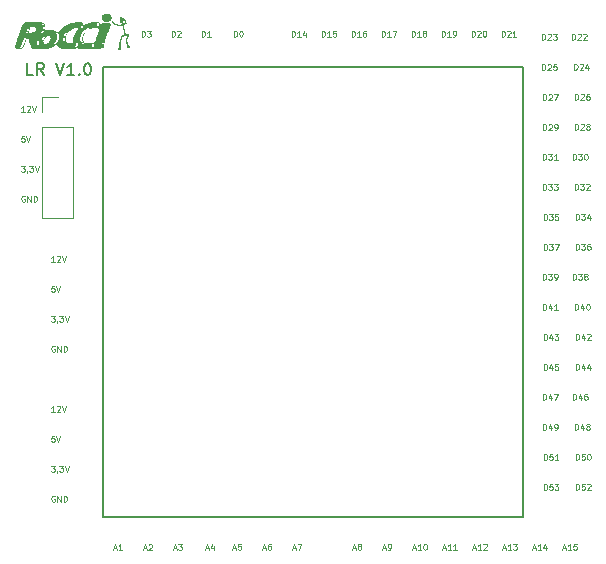
<source format=gbr>
%TF.GenerationSoftware,KiCad,Pcbnew,7.0.2*%
%TF.CreationDate,2023-07-27T18:48:29+02:00*%
%TF.ProjectId,Lochraster,4c6f6368-7261-4737-9465-722e6b696361,rev?*%
%TF.SameCoordinates,Original*%
%TF.FileFunction,Legend,Top*%
%TF.FilePolarity,Positive*%
%FSLAX46Y46*%
G04 Gerber Fmt 4.6, Leading zero omitted, Abs format (unit mm)*
G04 Created by KiCad (PCBNEW 7.0.2) date 2023-07-27 18:48:29*
%MOMM*%
%LPD*%
G01*
G04 APERTURE LIST*
%ADD10C,0.150000*%
%ADD11C,0.100000*%
%ADD12C,0.120000*%
%ADD13C,3.200000*%
%ADD14O,1.727200X1.727200*%
%ADD15R,1.727200X1.727200*%
%ADD16C,1.700000*%
%ADD17O,1.700000X1.700000*%
%ADD18R,1.700000X1.700000*%
G04 APERTURE END LIST*
D10*
X199583000Y-60810000D02*
X164023000Y-60810000D01*
X199583000Y-98910000D02*
X199583000Y-60810000D01*
X164023000Y-60810000D02*
X164023000Y-98910000D01*
X164023000Y-98910000D02*
X199583000Y-98910000D01*
D11*
X175119885Y-58192731D02*
X175119885Y-57692731D01*
X175119885Y-57692731D02*
X175238933Y-57692731D01*
X175238933Y-57692731D02*
X175310361Y-57716541D01*
X175310361Y-57716541D02*
X175357980Y-57764160D01*
X175357980Y-57764160D02*
X175381790Y-57811779D01*
X175381790Y-57811779D02*
X175405599Y-57907017D01*
X175405599Y-57907017D02*
X175405599Y-57978445D01*
X175405599Y-57978445D02*
X175381790Y-58073683D01*
X175381790Y-58073683D02*
X175357980Y-58121302D01*
X175357980Y-58121302D02*
X175310361Y-58168922D01*
X175310361Y-58168922D02*
X175238933Y-58192731D01*
X175238933Y-58192731D02*
X175119885Y-58192731D01*
X175715123Y-57692731D02*
X175762742Y-57692731D01*
X175762742Y-57692731D02*
X175810361Y-57716541D01*
X175810361Y-57716541D02*
X175834171Y-57740350D01*
X175834171Y-57740350D02*
X175857980Y-57787969D01*
X175857980Y-57787969D02*
X175881790Y-57883207D01*
X175881790Y-57883207D02*
X175881790Y-58002255D01*
X175881790Y-58002255D02*
X175857980Y-58097493D01*
X175857980Y-58097493D02*
X175834171Y-58145112D01*
X175834171Y-58145112D02*
X175810361Y-58168922D01*
X175810361Y-58168922D02*
X175762742Y-58192731D01*
X175762742Y-58192731D02*
X175715123Y-58192731D01*
X175715123Y-58192731D02*
X175667504Y-58168922D01*
X175667504Y-58168922D02*
X175643695Y-58145112D01*
X175643695Y-58145112D02*
X175619885Y-58097493D01*
X175619885Y-58097493D02*
X175596076Y-58002255D01*
X175596076Y-58002255D02*
X175596076Y-57883207D01*
X175596076Y-57883207D02*
X175619885Y-57787969D01*
X175619885Y-57787969D02*
X175643695Y-57740350D01*
X175643695Y-57740350D02*
X175667504Y-57716541D01*
X175667504Y-57716541D02*
X175715123Y-57692731D01*
X182557047Y-58208809D02*
X182557047Y-57708809D01*
X182557047Y-57708809D02*
X182676095Y-57708809D01*
X182676095Y-57708809D02*
X182747523Y-57732619D01*
X182747523Y-57732619D02*
X182795142Y-57780238D01*
X182795142Y-57780238D02*
X182818952Y-57827857D01*
X182818952Y-57827857D02*
X182842761Y-57923095D01*
X182842761Y-57923095D02*
X182842761Y-57994523D01*
X182842761Y-57994523D02*
X182818952Y-58089761D01*
X182818952Y-58089761D02*
X182795142Y-58137380D01*
X182795142Y-58137380D02*
X182747523Y-58185000D01*
X182747523Y-58185000D02*
X182676095Y-58208809D01*
X182676095Y-58208809D02*
X182557047Y-58208809D01*
X183318952Y-58208809D02*
X183033238Y-58208809D01*
X183176095Y-58208809D02*
X183176095Y-57708809D01*
X183176095Y-57708809D02*
X183128476Y-57780238D01*
X183128476Y-57780238D02*
X183080857Y-57827857D01*
X183080857Y-57827857D02*
X183033238Y-57851666D01*
X183771332Y-57708809D02*
X183533237Y-57708809D01*
X183533237Y-57708809D02*
X183509428Y-57946904D01*
X183509428Y-57946904D02*
X183533237Y-57923095D01*
X183533237Y-57923095D02*
X183580856Y-57899285D01*
X183580856Y-57899285D02*
X183699904Y-57899285D01*
X183699904Y-57899285D02*
X183747523Y-57923095D01*
X183747523Y-57923095D02*
X183771332Y-57946904D01*
X183771332Y-57946904D02*
X183795142Y-57994523D01*
X183795142Y-57994523D02*
X183795142Y-58113571D01*
X183795142Y-58113571D02*
X183771332Y-58161190D01*
X183771332Y-58161190D02*
X183747523Y-58185000D01*
X183747523Y-58185000D02*
X183699904Y-58208809D01*
X183699904Y-58208809D02*
X183580856Y-58208809D01*
X183580856Y-58208809D02*
X183533237Y-58185000D01*
X183533237Y-58185000D02*
X183509428Y-58161190D01*
X201368371Y-94038887D02*
X201368371Y-93538887D01*
X201368371Y-93538887D02*
X201487419Y-93538887D01*
X201487419Y-93538887D02*
X201558847Y-93562697D01*
X201558847Y-93562697D02*
X201606466Y-93610316D01*
X201606466Y-93610316D02*
X201630276Y-93657935D01*
X201630276Y-93657935D02*
X201654085Y-93753173D01*
X201654085Y-93753173D02*
X201654085Y-93824601D01*
X201654085Y-93824601D02*
X201630276Y-93919839D01*
X201630276Y-93919839D02*
X201606466Y-93967458D01*
X201606466Y-93967458D02*
X201558847Y-94015078D01*
X201558847Y-94015078D02*
X201487419Y-94038887D01*
X201487419Y-94038887D02*
X201368371Y-94038887D01*
X202106466Y-93538887D02*
X201868371Y-93538887D01*
X201868371Y-93538887D02*
X201844562Y-93776982D01*
X201844562Y-93776982D02*
X201868371Y-93753173D01*
X201868371Y-93753173D02*
X201915990Y-93729363D01*
X201915990Y-93729363D02*
X202035038Y-93729363D01*
X202035038Y-93729363D02*
X202082657Y-93753173D01*
X202082657Y-93753173D02*
X202106466Y-93776982D01*
X202106466Y-93776982D02*
X202130276Y-93824601D01*
X202130276Y-93824601D02*
X202130276Y-93943649D01*
X202130276Y-93943649D02*
X202106466Y-93991268D01*
X202106466Y-93991268D02*
X202082657Y-94015078D01*
X202082657Y-94015078D02*
X202035038Y-94038887D01*
X202035038Y-94038887D02*
X201915990Y-94038887D01*
X201915990Y-94038887D02*
X201868371Y-94015078D01*
X201868371Y-94015078D02*
X201844562Y-93991268D01*
X202606466Y-94038887D02*
X202320752Y-94038887D01*
X202463609Y-94038887D02*
X202463609Y-93538887D01*
X202463609Y-93538887D02*
X202415990Y-93610316D01*
X202415990Y-93610316D02*
X202368371Y-93657935D01*
X202368371Y-93657935D02*
X202320752Y-93681744D01*
X159958952Y-77258809D02*
X159673238Y-77258809D01*
X159816095Y-77258809D02*
X159816095Y-76758809D01*
X159816095Y-76758809D02*
X159768476Y-76830238D01*
X159768476Y-76830238D02*
X159720857Y-76877857D01*
X159720857Y-76877857D02*
X159673238Y-76901666D01*
X160149428Y-76806428D02*
X160173237Y-76782619D01*
X160173237Y-76782619D02*
X160220856Y-76758809D01*
X160220856Y-76758809D02*
X160339904Y-76758809D01*
X160339904Y-76758809D02*
X160387523Y-76782619D01*
X160387523Y-76782619D02*
X160411332Y-76806428D01*
X160411332Y-76806428D02*
X160435142Y-76854047D01*
X160435142Y-76854047D02*
X160435142Y-76901666D01*
X160435142Y-76901666D02*
X160411332Y-76973095D01*
X160411332Y-76973095D02*
X160125618Y-77258809D01*
X160125618Y-77258809D02*
X160435142Y-77258809D01*
X160577999Y-76758809D02*
X160744665Y-77258809D01*
X160744665Y-77258809D02*
X160911332Y-76758809D01*
X180120238Y-101499952D02*
X180358333Y-101499952D01*
X180072619Y-101642809D02*
X180239285Y-101142809D01*
X180239285Y-101142809D02*
X180405952Y-101642809D01*
X180524999Y-101142809D02*
X180858332Y-101142809D01*
X180858332Y-101142809D02*
X180644047Y-101642809D01*
X201368371Y-96578887D02*
X201368371Y-96078887D01*
X201368371Y-96078887D02*
X201487419Y-96078887D01*
X201487419Y-96078887D02*
X201558847Y-96102697D01*
X201558847Y-96102697D02*
X201606466Y-96150316D01*
X201606466Y-96150316D02*
X201630276Y-96197935D01*
X201630276Y-96197935D02*
X201654085Y-96293173D01*
X201654085Y-96293173D02*
X201654085Y-96364601D01*
X201654085Y-96364601D02*
X201630276Y-96459839D01*
X201630276Y-96459839D02*
X201606466Y-96507458D01*
X201606466Y-96507458D02*
X201558847Y-96555078D01*
X201558847Y-96555078D02*
X201487419Y-96578887D01*
X201487419Y-96578887D02*
X201368371Y-96578887D01*
X202106466Y-96078887D02*
X201868371Y-96078887D01*
X201868371Y-96078887D02*
X201844562Y-96316982D01*
X201844562Y-96316982D02*
X201868371Y-96293173D01*
X201868371Y-96293173D02*
X201915990Y-96269363D01*
X201915990Y-96269363D02*
X202035038Y-96269363D01*
X202035038Y-96269363D02*
X202082657Y-96293173D01*
X202082657Y-96293173D02*
X202106466Y-96316982D01*
X202106466Y-96316982D02*
X202130276Y-96364601D01*
X202130276Y-96364601D02*
X202130276Y-96483649D01*
X202130276Y-96483649D02*
X202106466Y-96531268D01*
X202106466Y-96531268D02*
X202082657Y-96555078D01*
X202082657Y-96555078D02*
X202035038Y-96578887D01*
X202035038Y-96578887D02*
X201915990Y-96578887D01*
X201915990Y-96578887D02*
X201868371Y-96555078D01*
X201868371Y-96555078D02*
X201844562Y-96531268D01*
X202296942Y-96078887D02*
X202606466Y-96078887D01*
X202606466Y-96078887D02*
X202439799Y-96269363D01*
X202439799Y-96269363D02*
X202511228Y-96269363D01*
X202511228Y-96269363D02*
X202558847Y-96293173D01*
X202558847Y-96293173D02*
X202582656Y-96316982D01*
X202582656Y-96316982D02*
X202606466Y-96364601D01*
X202606466Y-96364601D02*
X202606466Y-96483649D01*
X202606466Y-96483649D02*
X202582656Y-96531268D01*
X202582656Y-96531268D02*
X202558847Y-96555078D01*
X202558847Y-96555078D02*
X202511228Y-96578887D01*
X202511228Y-96578887D02*
X202368371Y-96578887D01*
X202368371Y-96578887D02*
X202320752Y-96555078D01*
X202320752Y-96555078D02*
X202296942Y-96531268D01*
X177580238Y-101499952D02*
X177818333Y-101499952D01*
X177532619Y-101642809D02*
X177699285Y-101142809D01*
X177699285Y-101142809D02*
X177865952Y-101642809D01*
X178246904Y-101142809D02*
X178151666Y-101142809D01*
X178151666Y-101142809D02*
X178104047Y-101166619D01*
X178104047Y-101166619D02*
X178080237Y-101190428D01*
X178080237Y-101190428D02*
X178032618Y-101261857D01*
X178032618Y-101261857D02*
X178008809Y-101357095D01*
X178008809Y-101357095D02*
X178008809Y-101547571D01*
X178008809Y-101547571D02*
X178032618Y-101595190D01*
X178032618Y-101595190D02*
X178056428Y-101619000D01*
X178056428Y-101619000D02*
X178104047Y-101642809D01*
X178104047Y-101642809D02*
X178199285Y-101642809D01*
X178199285Y-101642809D02*
X178246904Y-101619000D01*
X178246904Y-101619000D02*
X178270713Y-101595190D01*
X178270713Y-101595190D02*
X178294523Y-101547571D01*
X178294523Y-101547571D02*
X178294523Y-101428523D01*
X178294523Y-101428523D02*
X178270713Y-101380904D01*
X178270713Y-101380904D02*
X178246904Y-101357095D01*
X178246904Y-101357095D02*
X178199285Y-101333285D01*
X178199285Y-101333285D02*
X178104047Y-101333285D01*
X178104047Y-101333285D02*
X178056428Y-101357095D01*
X178056428Y-101357095D02*
X178032618Y-101380904D01*
X178032618Y-101380904D02*
X178008809Y-101428523D01*
X175040238Y-101499952D02*
X175278333Y-101499952D01*
X174992619Y-101642809D02*
X175159285Y-101142809D01*
X175159285Y-101142809D02*
X175325952Y-101642809D01*
X175730713Y-101142809D02*
X175492618Y-101142809D01*
X175492618Y-101142809D02*
X175468809Y-101380904D01*
X175468809Y-101380904D02*
X175492618Y-101357095D01*
X175492618Y-101357095D02*
X175540237Y-101333285D01*
X175540237Y-101333285D02*
X175659285Y-101333285D01*
X175659285Y-101333285D02*
X175706904Y-101357095D01*
X175706904Y-101357095D02*
X175730713Y-101380904D01*
X175730713Y-101380904D02*
X175754523Y-101428523D01*
X175754523Y-101428523D02*
X175754523Y-101547571D01*
X175754523Y-101547571D02*
X175730713Y-101595190D01*
X175730713Y-101595190D02*
X175706904Y-101619000D01*
X175706904Y-101619000D02*
X175659285Y-101642809D01*
X175659285Y-101642809D02*
X175540237Y-101642809D01*
X175540237Y-101642809D02*
X175492618Y-101619000D01*
X175492618Y-101619000D02*
X175468809Y-101595190D01*
X157109428Y-69138809D02*
X157418952Y-69138809D01*
X157418952Y-69138809D02*
X157252285Y-69329285D01*
X157252285Y-69329285D02*
X157323714Y-69329285D01*
X157323714Y-69329285D02*
X157371333Y-69353095D01*
X157371333Y-69353095D02*
X157395142Y-69376904D01*
X157395142Y-69376904D02*
X157418952Y-69424523D01*
X157418952Y-69424523D02*
X157418952Y-69543571D01*
X157418952Y-69543571D02*
X157395142Y-69591190D01*
X157395142Y-69591190D02*
X157371333Y-69615000D01*
X157371333Y-69615000D02*
X157323714Y-69638809D01*
X157323714Y-69638809D02*
X157180857Y-69638809D01*
X157180857Y-69638809D02*
X157133238Y-69615000D01*
X157133238Y-69615000D02*
X157109428Y-69591190D01*
X157657047Y-69615000D02*
X157657047Y-69638809D01*
X157657047Y-69638809D02*
X157633237Y-69686428D01*
X157633237Y-69686428D02*
X157609428Y-69710238D01*
X157823713Y-69138809D02*
X158133237Y-69138809D01*
X158133237Y-69138809D02*
X157966570Y-69329285D01*
X157966570Y-69329285D02*
X158037999Y-69329285D01*
X158037999Y-69329285D02*
X158085618Y-69353095D01*
X158085618Y-69353095D02*
X158109427Y-69376904D01*
X158109427Y-69376904D02*
X158133237Y-69424523D01*
X158133237Y-69424523D02*
X158133237Y-69543571D01*
X158133237Y-69543571D02*
X158109427Y-69591190D01*
X158109427Y-69591190D02*
X158085618Y-69615000D01*
X158085618Y-69615000D02*
X158037999Y-69638809D01*
X158037999Y-69638809D02*
X157895142Y-69638809D01*
X157895142Y-69638809D02*
X157847523Y-69615000D01*
X157847523Y-69615000D02*
X157823713Y-69591190D01*
X158276094Y-69138809D02*
X158442760Y-69638809D01*
X158442760Y-69638809D02*
X158609427Y-69138809D01*
X200440238Y-101499952D02*
X200678333Y-101499952D01*
X200392619Y-101642809D02*
X200559285Y-101142809D01*
X200559285Y-101142809D02*
X200725952Y-101642809D01*
X201154523Y-101642809D02*
X200868809Y-101642809D01*
X201011666Y-101642809D02*
X201011666Y-101142809D01*
X201011666Y-101142809D02*
X200964047Y-101214238D01*
X200964047Y-101214238D02*
X200916428Y-101261857D01*
X200916428Y-101261857D02*
X200868809Y-101285666D01*
X201583094Y-101309476D02*
X201583094Y-101642809D01*
X201464046Y-101119000D02*
X201344999Y-101476142D01*
X201344999Y-101476142D02*
X201654522Y-101476142D01*
X204020047Y-63542809D02*
X204020047Y-63042809D01*
X204020047Y-63042809D02*
X204139095Y-63042809D01*
X204139095Y-63042809D02*
X204210523Y-63066619D01*
X204210523Y-63066619D02*
X204258142Y-63114238D01*
X204258142Y-63114238D02*
X204281952Y-63161857D01*
X204281952Y-63161857D02*
X204305761Y-63257095D01*
X204305761Y-63257095D02*
X204305761Y-63328523D01*
X204305761Y-63328523D02*
X204281952Y-63423761D01*
X204281952Y-63423761D02*
X204258142Y-63471380D01*
X204258142Y-63471380D02*
X204210523Y-63519000D01*
X204210523Y-63519000D02*
X204139095Y-63542809D01*
X204139095Y-63542809D02*
X204020047Y-63542809D01*
X204496238Y-63090428D02*
X204520047Y-63066619D01*
X204520047Y-63066619D02*
X204567666Y-63042809D01*
X204567666Y-63042809D02*
X204686714Y-63042809D01*
X204686714Y-63042809D02*
X204734333Y-63066619D01*
X204734333Y-63066619D02*
X204758142Y-63090428D01*
X204758142Y-63090428D02*
X204781952Y-63138047D01*
X204781952Y-63138047D02*
X204781952Y-63185666D01*
X204781952Y-63185666D02*
X204758142Y-63257095D01*
X204758142Y-63257095D02*
X204472428Y-63542809D01*
X204472428Y-63542809D02*
X204781952Y-63542809D01*
X205210523Y-63042809D02*
X205115285Y-63042809D01*
X205115285Y-63042809D02*
X205067666Y-63066619D01*
X205067666Y-63066619D02*
X205043856Y-63090428D01*
X205043856Y-63090428D02*
X204996237Y-63161857D01*
X204996237Y-63161857D02*
X204972428Y-63257095D01*
X204972428Y-63257095D02*
X204972428Y-63447571D01*
X204972428Y-63447571D02*
X204996237Y-63495190D01*
X204996237Y-63495190D02*
X205020047Y-63519000D01*
X205020047Y-63519000D02*
X205067666Y-63542809D01*
X205067666Y-63542809D02*
X205162904Y-63542809D01*
X205162904Y-63542809D02*
X205210523Y-63519000D01*
X205210523Y-63519000D02*
X205234332Y-63495190D01*
X205234332Y-63495190D02*
X205258142Y-63447571D01*
X205258142Y-63447571D02*
X205258142Y-63328523D01*
X205258142Y-63328523D02*
X205234332Y-63280904D01*
X205234332Y-63280904D02*
X205210523Y-63257095D01*
X205210523Y-63257095D02*
X205162904Y-63233285D01*
X205162904Y-63233285D02*
X205067666Y-63233285D01*
X205067666Y-63233285D02*
X205020047Y-63257095D01*
X205020047Y-63257095D02*
X204996237Y-63280904D01*
X204996237Y-63280904D02*
X204972428Y-63328523D01*
X170031400Y-101516030D02*
X170269495Y-101516030D01*
X169983781Y-101658887D02*
X170150447Y-101158887D01*
X170150447Y-101158887D02*
X170317114Y-101658887D01*
X170436161Y-101158887D02*
X170745685Y-101158887D01*
X170745685Y-101158887D02*
X170579018Y-101349363D01*
X170579018Y-101349363D02*
X170650447Y-101349363D01*
X170650447Y-101349363D02*
X170698066Y-101373173D01*
X170698066Y-101373173D02*
X170721875Y-101396982D01*
X170721875Y-101396982D02*
X170745685Y-101444601D01*
X170745685Y-101444601D02*
X170745685Y-101563649D01*
X170745685Y-101563649D02*
X170721875Y-101611268D01*
X170721875Y-101611268D02*
X170698066Y-101635078D01*
X170698066Y-101635078D02*
X170650447Y-101658887D01*
X170650447Y-101658887D02*
X170507590Y-101658887D01*
X170507590Y-101658887D02*
X170459971Y-101635078D01*
X170459971Y-101635078D02*
X170436161Y-101611268D01*
X203766047Y-58462809D02*
X203766047Y-57962809D01*
X203766047Y-57962809D02*
X203885095Y-57962809D01*
X203885095Y-57962809D02*
X203956523Y-57986619D01*
X203956523Y-57986619D02*
X204004142Y-58034238D01*
X204004142Y-58034238D02*
X204027952Y-58081857D01*
X204027952Y-58081857D02*
X204051761Y-58177095D01*
X204051761Y-58177095D02*
X204051761Y-58248523D01*
X204051761Y-58248523D02*
X204027952Y-58343761D01*
X204027952Y-58343761D02*
X204004142Y-58391380D01*
X204004142Y-58391380D02*
X203956523Y-58439000D01*
X203956523Y-58439000D02*
X203885095Y-58462809D01*
X203885095Y-58462809D02*
X203766047Y-58462809D01*
X204242238Y-58010428D02*
X204266047Y-57986619D01*
X204266047Y-57986619D02*
X204313666Y-57962809D01*
X204313666Y-57962809D02*
X204432714Y-57962809D01*
X204432714Y-57962809D02*
X204480333Y-57986619D01*
X204480333Y-57986619D02*
X204504142Y-58010428D01*
X204504142Y-58010428D02*
X204527952Y-58058047D01*
X204527952Y-58058047D02*
X204527952Y-58105666D01*
X204527952Y-58105666D02*
X204504142Y-58177095D01*
X204504142Y-58177095D02*
X204218428Y-58462809D01*
X204218428Y-58462809D02*
X204527952Y-58462809D01*
X204718428Y-58010428D02*
X204742237Y-57986619D01*
X204742237Y-57986619D02*
X204789856Y-57962809D01*
X204789856Y-57962809D02*
X204908904Y-57962809D01*
X204908904Y-57962809D02*
X204956523Y-57986619D01*
X204956523Y-57986619D02*
X204980332Y-58010428D01*
X204980332Y-58010428D02*
X205004142Y-58058047D01*
X205004142Y-58058047D02*
X205004142Y-58105666D01*
X205004142Y-58105666D02*
X204980332Y-58177095D01*
X204980332Y-58177095D02*
X204694618Y-58462809D01*
X204694618Y-58462809D02*
X205004142Y-58462809D01*
X201297209Y-66098887D02*
X201297209Y-65598887D01*
X201297209Y-65598887D02*
X201416257Y-65598887D01*
X201416257Y-65598887D02*
X201487685Y-65622697D01*
X201487685Y-65622697D02*
X201535304Y-65670316D01*
X201535304Y-65670316D02*
X201559114Y-65717935D01*
X201559114Y-65717935D02*
X201582923Y-65813173D01*
X201582923Y-65813173D02*
X201582923Y-65884601D01*
X201582923Y-65884601D02*
X201559114Y-65979839D01*
X201559114Y-65979839D02*
X201535304Y-66027458D01*
X201535304Y-66027458D02*
X201487685Y-66075078D01*
X201487685Y-66075078D02*
X201416257Y-66098887D01*
X201416257Y-66098887D02*
X201297209Y-66098887D01*
X201773400Y-65646506D02*
X201797209Y-65622697D01*
X201797209Y-65622697D02*
X201844828Y-65598887D01*
X201844828Y-65598887D02*
X201963876Y-65598887D01*
X201963876Y-65598887D02*
X202011495Y-65622697D01*
X202011495Y-65622697D02*
X202035304Y-65646506D01*
X202035304Y-65646506D02*
X202059114Y-65694125D01*
X202059114Y-65694125D02*
X202059114Y-65741744D01*
X202059114Y-65741744D02*
X202035304Y-65813173D01*
X202035304Y-65813173D02*
X201749590Y-66098887D01*
X201749590Y-66098887D02*
X202059114Y-66098887D01*
X202297209Y-66098887D02*
X202392447Y-66098887D01*
X202392447Y-66098887D02*
X202440066Y-66075078D01*
X202440066Y-66075078D02*
X202463875Y-66051268D01*
X202463875Y-66051268D02*
X202511494Y-65979839D01*
X202511494Y-65979839D02*
X202535304Y-65884601D01*
X202535304Y-65884601D02*
X202535304Y-65694125D01*
X202535304Y-65694125D02*
X202511494Y-65646506D01*
X202511494Y-65646506D02*
X202487685Y-65622697D01*
X202487685Y-65622697D02*
X202440066Y-65598887D01*
X202440066Y-65598887D02*
X202344828Y-65598887D01*
X202344828Y-65598887D02*
X202297209Y-65622697D01*
X202297209Y-65622697D02*
X202273399Y-65646506D01*
X202273399Y-65646506D02*
X202249590Y-65694125D01*
X202249590Y-65694125D02*
X202249590Y-65813173D01*
X202249590Y-65813173D02*
X202273399Y-65860792D01*
X202273399Y-65860792D02*
X202297209Y-65884601D01*
X202297209Y-65884601D02*
X202344828Y-65908411D01*
X202344828Y-65908411D02*
X202440066Y-65908411D01*
X202440066Y-65908411D02*
X202487685Y-65884601D01*
X202487685Y-65884601D02*
X202511494Y-65860792D01*
X202511494Y-65860792D02*
X202535304Y-65813173D01*
X204020047Y-71162809D02*
X204020047Y-70662809D01*
X204020047Y-70662809D02*
X204139095Y-70662809D01*
X204139095Y-70662809D02*
X204210523Y-70686619D01*
X204210523Y-70686619D02*
X204258142Y-70734238D01*
X204258142Y-70734238D02*
X204281952Y-70781857D01*
X204281952Y-70781857D02*
X204305761Y-70877095D01*
X204305761Y-70877095D02*
X204305761Y-70948523D01*
X204305761Y-70948523D02*
X204281952Y-71043761D01*
X204281952Y-71043761D02*
X204258142Y-71091380D01*
X204258142Y-71091380D02*
X204210523Y-71139000D01*
X204210523Y-71139000D02*
X204139095Y-71162809D01*
X204139095Y-71162809D02*
X204020047Y-71162809D01*
X204472428Y-70662809D02*
X204781952Y-70662809D01*
X204781952Y-70662809D02*
X204615285Y-70853285D01*
X204615285Y-70853285D02*
X204686714Y-70853285D01*
X204686714Y-70853285D02*
X204734333Y-70877095D01*
X204734333Y-70877095D02*
X204758142Y-70900904D01*
X204758142Y-70900904D02*
X204781952Y-70948523D01*
X204781952Y-70948523D02*
X204781952Y-71067571D01*
X204781952Y-71067571D02*
X204758142Y-71115190D01*
X204758142Y-71115190D02*
X204734333Y-71139000D01*
X204734333Y-71139000D02*
X204686714Y-71162809D01*
X204686714Y-71162809D02*
X204543857Y-71162809D01*
X204543857Y-71162809D02*
X204496238Y-71139000D01*
X204496238Y-71139000D02*
X204472428Y-71115190D01*
X204972428Y-70710428D02*
X204996237Y-70686619D01*
X204996237Y-70686619D02*
X205043856Y-70662809D01*
X205043856Y-70662809D02*
X205162904Y-70662809D01*
X205162904Y-70662809D02*
X205210523Y-70686619D01*
X205210523Y-70686619D02*
X205234332Y-70710428D01*
X205234332Y-70710428D02*
X205258142Y-70758047D01*
X205258142Y-70758047D02*
X205258142Y-70805666D01*
X205258142Y-70805666D02*
X205234332Y-70877095D01*
X205234332Y-70877095D02*
X204948618Y-71162809D01*
X204948618Y-71162809D02*
X205258142Y-71162809D01*
X204020047Y-81322809D02*
X204020047Y-80822809D01*
X204020047Y-80822809D02*
X204139095Y-80822809D01*
X204139095Y-80822809D02*
X204210523Y-80846619D01*
X204210523Y-80846619D02*
X204258142Y-80894238D01*
X204258142Y-80894238D02*
X204281952Y-80941857D01*
X204281952Y-80941857D02*
X204305761Y-81037095D01*
X204305761Y-81037095D02*
X204305761Y-81108523D01*
X204305761Y-81108523D02*
X204281952Y-81203761D01*
X204281952Y-81203761D02*
X204258142Y-81251380D01*
X204258142Y-81251380D02*
X204210523Y-81299000D01*
X204210523Y-81299000D02*
X204139095Y-81322809D01*
X204139095Y-81322809D02*
X204020047Y-81322809D01*
X204734333Y-80989476D02*
X204734333Y-81322809D01*
X204615285Y-80799000D02*
X204496238Y-81156142D01*
X204496238Y-81156142D02*
X204805761Y-81156142D01*
X205091475Y-80822809D02*
X205139094Y-80822809D01*
X205139094Y-80822809D02*
X205186713Y-80846619D01*
X205186713Y-80846619D02*
X205210523Y-80870428D01*
X205210523Y-80870428D02*
X205234332Y-80918047D01*
X205234332Y-80918047D02*
X205258142Y-81013285D01*
X205258142Y-81013285D02*
X205258142Y-81132333D01*
X205258142Y-81132333D02*
X205234332Y-81227571D01*
X205234332Y-81227571D02*
X205210523Y-81275190D01*
X205210523Y-81275190D02*
X205186713Y-81299000D01*
X205186713Y-81299000D02*
X205139094Y-81322809D01*
X205139094Y-81322809D02*
X205091475Y-81322809D01*
X205091475Y-81322809D02*
X205043856Y-81299000D01*
X205043856Y-81299000D02*
X205020047Y-81275190D01*
X205020047Y-81275190D02*
X204996237Y-81227571D01*
X204996237Y-81227571D02*
X204972428Y-81132333D01*
X204972428Y-81132333D02*
X204972428Y-81013285D01*
X204972428Y-81013285D02*
X204996237Y-80918047D01*
X204996237Y-80918047D02*
X205020047Y-80870428D01*
X205020047Y-80870428D02*
X205043856Y-80846619D01*
X205043856Y-80846619D02*
X205091475Y-80822809D01*
X187740238Y-101499952D02*
X187978333Y-101499952D01*
X187692619Y-101642809D02*
X187859285Y-101142809D01*
X187859285Y-101142809D02*
X188025952Y-101642809D01*
X188216428Y-101642809D02*
X188311666Y-101642809D01*
X188311666Y-101642809D02*
X188359285Y-101619000D01*
X188359285Y-101619000D02*
X188383094Y-101595190D01*
X188383094Y-101595190D02*
X188430713Y-101523761D01*
X188430713Y-101523761D02*
X188454523Y-101428523D01*
X188454523Y-101428523D02*
X188454523Y-101238047D01*
X188454523Y-101238047D02*
X188430713Y-101190428D01*
X188430713Y-101190428D02*
X188406904Y-101166619D01*
X188406904Y-101166619D02*
X188359285Y-101142809D01*
X188359285Y-101142809D02*
X188264047Y-101142809D01*
X188264047Y-101142809D02*
X188216428Y-101166619D01*
X188216428Y-101166619D02*
X188192618Y-101190428D01*
X188192618Y-101190428D02*
X188168809Y-101238047D01*
X188168809Y-101238047D02*
X188168809Y-101357095D01*
X188168809Y-101357095D02*
X188192618Y-101404714D01*
X188192618Y-101404714D02*
X188216428Y-101428523D01*
X188216428Y-101428523D02*
X188264047Y-101452333D01*
X188264047Y-101452333D02*
X188359285Y-101452333D01*
X188359285Y-101452333D02*
X188406904Y-101428523D01*
X188406904Y-101428523D02*
X188430713Y-101404714D01*
X188430713Y-101404714D02*
X188454523Y-101357095D01*
X159958952Y-84402619D02*
X159911333Y-84378809D01*
X159911333Y-84378809D02*
X159839904Y-84378809D01*
X159839904Y-84378809D02*
X159768476Y-84402619D01*
X159768476Y-84402619D02*
X159720857Y-84450238D01*
X159720857Y-84450238D02*
X159697047Y-84497857D01*
X159697047Y-84497857D02*
X159673238Y-84593095D01*
X159673238Y-84593095D02*
X159673238Y-84664523D01*
X159673238Y-84664523D02*
X159697047Y-84759761D01*
X159697047Y-84759761D02*
X159720857Y-84807380D01*
X159720857Y-84807380D02*
X159768476Y-84855000D01*
X159768476Y-84855000D02*
X159839904Y-84878809D01*
X159839904Y-84878809D02*
X159887523Y-84878809D01*
X159887523Y-84878809D02*
X159958952Y-84855000D01*
X159958952Y-84855000D02*
X159982761Y-84831190D01*
X159982761Y-84831190D02*
X159982761Y-84664523D01*
X159982761Y-84664523D02*
X159887523Y-84664523D01*
X160197047Y-84878809D02*
X160197047Y-84378809D01*
X160197047Y-84378809D02*
X160482761Y-84878809D01*
X160482761Y-84878809D02*
X160482761Y-84378809D01*
X160720857Y-84878809D02*
X160720857Y-84378809D01*
X160720857Y-84378809D02*
X160839905Y-84378809D01*
X160839905Y-84378809D02*
X160911333Y-84402619D01*
X160911333Y-84402619D02*
X160958952Y-84450238D01*
X160958952Y-84450238D02*
X160982762Y-84497857D01*
X160982762Y-84497857D02*
X161006571Y-84593095D01*
X161006571Y-84593095D02*
X161006571Y-84664523D01*
X161006571Y-84664523D02*
X160982762Y-84759761D01*
X160982762Y-84759761D02*
X160958952Y-84807380D01*
X160958952Y-84807380D02*
X160911333Y-84855000D01*
X160911333Y-84855000D02*
X160839905Y-84878809D01*
X160839905Y-84878809D02*
X160720857Y-84878809D01*
X201297209Y-71178887D02*
X201297209Y-70678887D01*
X201297209Y-70678887D02*
X201416257Y-70678887D01*
X201416257Y-70678887D02*
X201487685Y-70702697D01*
X201487685Y-70702697D02*
X201535304Y-70750316D01*
X201535304Y-70750316D02*
X201559114Y-70797935D01*
X201559114Y-70797935D02*
X201582923Y-70893173D01*
X201582923Y-70893173D02*
X201582923Y-70964601D01*
X201582923Y-70964601D02*
X201559114Y-71059839D01*
X201559114Y-71059839D02*
X201535304Y-71107458D01*
X201535304Y-71107458D02*
X201487685Y-71155078D01*
X201487685Y-71155078D02*
X201416257Y-71178887D01*
X201416257Y-71178887D02*
X201297209Y-71178887D01*
X201749590Y-70678887D02*
X202059114Y-70678887D01*
X202059114Y-70678887D02*
X201892447Y-70869363D01*
X201892447Y-70869363D02*
X201963876Y-70869363D01*
X201963876Y-70869363D02*
X202011495Y-70893173D01*
X202011495Y-70893173D02*
X202035304Y-70916982D01*
X202035304Y-70916982D02*
X202059114Y-70964601D01*
X202059114Y-70964601D02*
X202059114Y-71083649D01*
X202059114Y-71083649D02*
X202035304Y-71131268D01*
X202035304Y-71131268D02*
X202011495Y-71155078D01*
X202011495Y-71155078D02*
X201963876Y-71178887D01*
X201963876Y-71178887D02*
X201821019Y-71178887D01*
X201821019Y-71178887D02*
X201773400Y-71155078D01*
X201773400Y-71155078D02*
X201749590Y-71131268D01*
X202225780Y-70678887D02*
X202535304Y-70678887D01*
X202535304Y-70678887D02*
X202368637Y-70869363D01*
X202368637Y-70869363D02*
X202440066Y-70869363D01*
X202440066Y-70869363D02*
X202487685Y-70893173D01*
X202487685Y-70893173D02*
X202511494Y-70916982D01*
X202511494Y-70916982D02*
X202535304Y-70964601D01*
X202535304Y-70964601D02*
X202535304Y-71083649D01*
X202535304Y-71083649D02*
X202511494Y-71131268D01*
X202511494Y-71131268D02*
X202487685Y-71155078D01*
X202487685Y-71155078D02*
X202440066Y-71178887D01*
X202440066Y-71178887D02*
X202297209Y-71178887D01*
X202297209Y-71178887D02*
X202249590Y-71155078D01*
X202249590Y-71155078D02*
X202225780Y-71131268D01*
X201297209Y-88942809D02*
X201297209Y-88442809D01*
X201297209Y-88442809D02*
X201416257Y-88442809D01*
X201416257Y-88442809D02*
X201487685Y-88466619D01*
X201487685Y-88466619D02*
X201535304Y-88514238D01*
X201535304Y-88514238D02*
X201559114Y-88561857D01*
X201559114Y-88561857D02*
X201582923Y-88657095D01*
X201582923Y-88657095D02*
X201582923Y-88728523D01*
X201582923Y-88728523D02*
X201559114Y-88823761D01*
X201559114Y-88823761D02*
X201535304Y-88871380D01*
X201535304Y-88871380D02*
X201487685Y-88919000D01*
X201487685Y-88919000D02*
X201416257Y-88942809D01*
X201416257Y-88942809D02*
X201297209Y-88942809D01*
X202011495Y-88609476D02*
X202011495Y-88942809D01*
X201892447Y-88419000D02*
X201773400Y-88776142D01*
X201773400Y-88776142D02*
X202082923Y-88776142D01*
X202225780Y-88442809D02*
X202559113Y-88442809D01*
X202559113Y-88442809D02*
X202344828Y-88942809D01*
X201297209Y-81338887D02*
X201297209Y-80838887D01*
X201297209Y-80838887D02*
X201416257Y-80838887D01*
X201416257Y-80838887D02*
X201487685Y-80862697D01*
X201487685Y-80862697D02*
X201535304Y-80910316D01*
X201535304Y-80910316D02*
X201559114Y-80957935D01*
X201559114Y-80957935D02*
X201582923Y-81053173D01*
X201582923Y-81053173D02*
X201582923Y-81124601D01*
X201582923Y-81124601D02*
X201559114Y-81219839D01*
X201559114Y-81219839D02*
X201535304Y-81267458D01*
X201535304Y-81267458D02*
X201487685Y-81315078D01*
X201487685Y-81315078D02*
X201416257Y-81338887D01*
X201416257Y-81338887D02*
X201297209Y-81338887D01*
X202011495Y-81005554D02*
X202011495Y-81338887D01*
X201892447Y-80815078D02*
X201773400Y-81172220D01*
X201773400Y-81172220D02*
X202082923Y-81172220D01*
X202535304Y-81338887D02*
X202249590Y-81338887D01*
X202392447Y-81338887D02*
X202392447Y-80838887D01*
X202392447Y-80838887D02*
X202344828Y-80910316D01*
X202344828Y-80910316D02*
X202297209Y-80957935D01*
X202297209Y-80957935D02*
X202249590Y-80981744D01*
X203837209Y-88942809D02*
X203837209Y-88442809D01*
X203837209Y-88442809D02*
X203956257Y-88442809D01*
X203956257Y-88442809D02*
X204027685Y-88466619D01*
X204027685Y-88466619D02*
X204075304Y-88514238D01*
X204075304Y-88514238D02*
X204099114Y-88561857D01*
X204099114Y-88561857D02*
X204122923Y-88657095D01*
X204122923Y-88657095D02*
X204122923Y-88728523D01*
X204122923Y-88728523D02*
X204099114Y-88823761D01*
X204099114Y-88823761D02*
X204075304Y-88871380D01*
X204075304Y-88871380D02*
X204027685Y-88919000D01*
X204027685Y-88919000D02*
X203956257Y-88942809D01*
X203956257Y-88942809D02*
X203837209Y-88942809D01*
X204551495Y-88609476D02*
X204551495Y-88942809D01*
X204432447Y-88419000D02*
X204313400Y-88776142D01*
X204313400Y-88776142D02*
X204622923Y-88776142D01*
X205027685Y-88442809D02*
X204932447Y-88442809D01*
X204932447Y-88442809D02*
X204884828Y-88466619D01*
X204884828Y-88466619D02*
X204861018Y-88490428D01*
X204861018Y-88490428D02*
X204813399Y-88561857D01*
X204813399Y-88561857D02*
X204789590Y-88657095D01*
X204789590Y-88657095D02*
X204789590Y-88847571D01*
X204789590Y-88847571D02*
X204813399Y-88895190D01*
X204813399Y-88895190D02*
X204837209Y-88919000D01*
X204837209Y-88919000D02*
X204884828Y-88942809D01*
X204884828Y-88942809D02*
X204980066Y-88942809D01*
X204980066Y-88942809D02*
X205027685Y-88919000D01*
X205027685Y-88919000D02*
X205051494Y-88895190D01*
X205051494Y-88895190D02*
X205075304Y-88847571D01*
X205075304Y-88847571D02*
X205075304Y-88728523D01*
X205075304Y-88728523D02*
X205051494Y-88680904D01*
X205051494Y-88680904D02*
X205027685Y-88657095D01*
X205027685Y-88657095D02*
X204980066Y-88633285D01*
X204980066Y-88633285D02*
X204884828Y-88633285D01*
X204884828Y-88633285D02*
X204837209Y-88657095D01*
X204837209Y-88657095D02*
X204813399Y-88680904D01*
X204813399Y-88680904D02*
X204789590Y-88728523D01*
X201226047Y-61018887D02*
X201226047Y-60518887D01*
X201226047Y-60518887D02*
X201345095Y-60518887D01*
X201345095Y-60518887D02*
X201416523Y-60542697D01*
X201416523Y-60542697D02*
X201464142Y-60590316D01*
X201464142Y-60590316D02*
X201487952Y-60637935D01*
X201487952Y-60637935D02*
X201511761Y-60733173D01*
X201511761Y-60733173D02*
X201511761Y-60804601D01*
X201511761Y-60804601D02*
X201487952Y-60899839D01*
X201487952Y-60899839D02*
X201464142Y-60947458D01*
X201464142Y-60947458D02*
X201416523Y-60995078D01*
X201416523Y-60995078D02*
X201345095Y-61018887D01*
X201345095Y-61018887D02*
X201226047Y-61018887D01*
X201702238Y-60566506D02*
X201726047Y-60542697D01*
X201726047Y-60542697D02*
X201773666Y-60518887D01*
X201773666Y-60518887D02*
X201892714Y-60518887D01*
X201892714Y-60518887D02*
X201940333Y-60542697D01*
X201940333Y-60542697D02*
X201964142Y-60566506D01*
X201964142Y-60566506D02*
X201987952Y-60614125D01*
X201987952Y-60614125D02*
X201987952Y-60661744D01*
X201987952Y-60661744D02*
X201964142Y-60733173D01*
X201964142Y-60733173D02*
X201678428Y-61018887D01*
X201678428Y-61018887D02*
X201987952Y-61018887D01*
X202440332Y-60518887D02*
X202202237Y-60518887D01*
X202202237Y-60518887D02*
X202178428Y-60756982D01*
X202178428Y-60756982D02*
X202202237Y-60733173D01*
X202202237Y-60733173D02*
X202249856Y-60709363D01*
X202249856Y-60709363D02*
X202368904Y-60709363D01*
X202368904Y-60709363D02*
X202416523Y-60733173D01*
X202416523Y-60733173D02*
X202440332Y-60756982D01*
X202440332Y-60756982D02*
X202464142Y-60804601D01*
X202464142Y-60804601D02*
X202464142Y-60923649D01*
X202464142Y-60923649D02*
X202440332Y-60971268D01*
X202440332Y-60971268D02*
X202416523Y-60995078D01*
X202416523Y-60995078D02*
X202368904Y-61018887D01*
X202368904Y-61018887D02*
X202249856Y-61018887D01*
X202249856Y-61018887D02*
X202202237Y-60995078D01*
X202202237Y-60995078D02*
X202178428Y-60971268D01*
X159958952Y-97102619D02*
X159911333Y-97078809D01*
X159911333Y-97078809D02*
X159839904Y-97078809D01*
X159839904Y-97078809D02*
X159768476Y-97102619D01*
X159768476Y-97102619D02*
X159720857Y-97150238D01*
X159720857Y-97150238D02*
X159697047Y-97197857D01*
X159697047Y-97197857D02*
X159673238Y-97293095D01*
X159673238Y-97293095D02*
X159673238Y-97364523D01*
X159673238Y-97364523D02*
X159697047Y-97459761D01*
X159697047Y-97459761D02*
X159720857Y-97507380D01*
X159720857Y-97507380D02*
X159768476Y-97555000D01*
X159768476Y-97555000D02*
X159839904Y-97578809D01*
X159839904Y-97578809D02*
X159887523Y-97578809D01*
X159887523Y-97578809D02*
X159958952Y-97555000D01*
X159958952Y-97555000D02*
X159982761Y-97531190D01*
X159982761Y-97531190D02*
X159982761Y-97364523D01*
X159982761Y-97364523D02*
X159887523Y-97364523D01*
X160197047Y-97578809D02*
X160197047Y-97078809D01*
X160197047Y-97078809D02*
X160482761Y-97578809D01*
X160482761Y-97578809D02*
X160482761Y-97078809D01*
X160720857Y-97578809D02*
X160720857Y-97078809D01*
X160720857Y-97078809D02*
X160839905Y-97078809D01*
X160839905Y-97078809D02*
X160911333Y-97102619D01*
X160911333Y-97102619D02*
X160958952Y-97150238D01*
X160958952Y-97150238D02*
X160982762Y-97197857D01*
X160982762Y-97197857D02*
X161006571Y-97293095D01*
X161006571Y-97293095D02*
X161006571Y-97364523D01*
X161006571Y-97364523D02*
X160982762Y-97459761D01*
X160982762Y-97459761D02*
X160958952Y-97507380D01*
X160958952Y-97507380D02*
X160911333Y-97555000D01*
X160911333Y-97555000D02*
X160839905Y-97578809D01*
X160839905Y-97578809D02*
X160720857Y-97578809D01*
X203948885Y-61002809D02*
X203948885Y-60502809D01*
X203948885Y-60502809D02*
X204067933Y-60502809D01*
X204067933Y-60502809D02*
X204139361Y-60526619D01*
X204139361Y-60526619D02*
X204186980Y-60574238D01*
X204186980Y-60574238D02*
X204210790Y-60621857D01*
X204210790Y-60621857D02*
X204234599Y-60717095D01*
X204234599Y-60717095D02*
X204234599Y-60788523D01*
X204234599Y-60788523D02*
X204210790Y-60883761D01*
X204210790Y-60883761D02*
X204186980Y-60931380D01*
X204186980Y-60931380D02*
X204139361Y-60979000D01*
X204139361Y-60979000D02*
X204067933Y-61002809D01*
X204067933Y-61002809D02*
X203948885Y-61002809D01*
X204425076Y-60550428D02*
X204448885Y-60526619D01*
X204448885Y-60526619D02*
X204496504Y-60502809D01*
X204496504Y-60502809D02*
X204615552Y-60502809D01*
X204615552Y-60502809D02*
X204663171Y-60526619D01*
X204663171Y-60526619D02*
X204686980Y-60550428D01*
X204686980Y-60550428D02*
X204710790Y-60598047D01*
X204710790Y-60598047D02*
X204710790Y-60645666D01*
X204710790Y-60645666D02*
X204686980Y-60717095D01*
X204686980Y-60717095D02*
X204401266Y-61002809D01*
X204401266Y-61002809D02*
X204710790Y-61002809D01*
X205139361Y-60669476D02*
X205139361Y-61002809D01*
X205020313Y-60479000D02*
X204901266Y-60836142D01*
X204901266Y-60836142D02*
X205210789Y-60836142D01*
X192717047Y-58208809D02*
X192717047Y-57708809D01*
X192717047Y-57708809D02*
X192836095Y-57708809D01*
X192836095Y-57708809D02*
X192907523Y-57732619D01*
X192907523Y-57732619D02*
X192955142Y-57780238D01*
X192955142Y-57780238D02*
X192978952Y-57827857D01*
X192978952Y-57827857D02*
X193002761Y-57923095D01*
X193002761Y-57923095D02*
X193002761Y-57994523D01*
X193002761Y-57994523D02*
X192978952Y-58089761D01*
X192978952Y-58089761D02*
X192955142Y-58137380D01*
X192955142Y-58137380D02*
X192907523Y-58185000D01*
X192907523Y-58185000D02*
X192836095Y-58208809D01*
X192836095Y-58208809D02*
X192717047Y-58208809D01*
X193478952Y-58208809D02*
X193193238Y-58208809D01*
X193336095Y-58208809D02*
X193336095Y-57708809D01*
X193336095Y-57708809D02*
X193288476Y-57780238D01*
X193288476Y-57780238D02*
X193240857Y-57827857D01*
X193240857Y-57827857D02*
X193193238Y-57851666D01*
X193717047Y-58208809D02*
X193812285Y-58208809D01*
X193812285Y-58208809D02*
X193859904Y-58185000D01*
X193859904Y-58185000D02*
X193883713Y-58161190D01*
X193883713Y-58161190D02*
X193931332Y-58089761D01*
X193931332Y-58089761D02*
X193955142Y-57994523D01*
X193955142Y-57994523D02*
X193955142Y-57804047D01*
X193955142Y-57804047D02*
X193931332Y-57756428D01*
X193931332Y-57756428D02*
X193907523Y-57732619D01*
X193907523Y-57732619D02*
X193859904Y-57708809D01*
X193859904Y-57708809D02*
X193764666Y-57708809D01*
X193764666Y-57708809D02*
X193717047Y-57732619D01*
X193717047Y-57732619D02*
X193693237Y-57756428D01*
X193693237Y-57756428D02*
X193669428Y-57804047D01*
X193669428Y-57804047D02*
X193669428Y-57923095D01*
X193669428Y-57923095D02*
X193693237Y-57970714D01*
X193693237Y-57970714D02*
X193717047Y-57994523D01*
X193717047Y-57994523D02*
X193764666Y-58018333D01*
X193764666Y-58018333D02*
X193859904Y-58018333D01*
X193859904Y-58018333D02*
X193907523Y-57994523D01*
X193907523Y-57994523D02*
X193931332Y-57970714D01*
X193931332Y-57970714D02*
X193955142Y-57923095D01*
X159935142Y-79298809D02*
X159697047Y-79298809D01*
X159697047Y-79298809D02*
X159673238Y-79536904D01*
X159673238Y-79536904D02*
X159697047Y-79513095D01*
X159697047Y-79513095D02*
X159744666Y-79489285D01*
X159744666Y-79489285D02*
X159863714Y-79489285D01*
X159863714Y-79489285D02*
X159911333Y-79513095D01*
X159911333Y-79513095D02*
X159935142Y-79536904D01*
X159935142Y-79536904D02*
X159958952Y-79584523D01*
X159958952Y-79584523D02*
X159958952Y-79703571D01*
X159958952Y-79703571D02*
X159935142Y-79751190D01*
X159935142Y-79751190D02*
X159911333Y-79775000D01*
X159911333Y-79775000D02*
X159863714Y-79798809D01*
X159863714Y-79798809D02*
X159744666Y-79798809D01*
X159744666Y-79798809D02*
X159697047Y-79775000D01*
X159697047Y-79775000D02*
X159673238Y-79751190D01*
X160101809Y-79298809D02*
X160268475Y-79798809D01*
X160268475Y-79798809D02*
X160435142Y-79298809D01*
X203837209Y-78782809D02*
X203837209Y-78282809D01*
X203837209Y-78282809D02*
X203956257Y-78282809D01*
X203956257Y-78282809D02*
X204027685Y-78306619D01*
X204027685Y-78306619D02*
X204075304Y-78354238D01*
X204075304Y-78354238D02*
X204099114Y-78401857D01*
X204099114Y-78401857D02*
X204122923Y-78497095D01*
X204122923Y-78497095D02*
X204122923Y-78568523D01*
X204122923Y-78568523D02*
X204099114Y-78663761D01*
X204099114Y-78663761D02*
X204075304Y-78711380D01*
X204075304Y-78711380D02*
X204027685Y-78759000D01*
X204027685Y-78759000D02*
X203956257Y-78782809D01*
X203956257Y-78782809D02*
X203837209Y-78782809D01*
X204289590Y-78282809D02*
X204599114Y-78282809D01*
X204599114Y-78282809D02*
X204432447Y-78473285D01*
X204432447Y-78473285D02*
X204503876Y-78473285D01*
X204503876Y-78473285D02*
X204551495Y-78497095D01*
X204551495Y-78497095D02*
X204575304Y-78520904D01*
X204575304Y-78520904D02*
X204599114Y-78568523D01*
X204599114Y-78568523D02*
X204599114Y-78687571D01*
X204599114Y-78687571D02*
X204575304Y-78735190D01*
X204575304Y-78735190D02*
X204551495Y-78759000D01*
X204551495Y-78759000D02*
X204503876Y-78782809D01*
X204503876Y-78782809D02*
X204361019Y-78782809D01*
X204361019Y-78782809D02*
X204313400Y-78759000D01*
X204313400Y-78759000D02*
X204289590Y-78735190D01*
X204884828Y-78497095D02*
X204837209Y-78473285D01*
X204837209Y-78473285D02*
X204813399Y-78449476D01*
X204813399Y-78449476D02*
X204789590Y-78401857D01*
X204789590Y-78401857D02*
X204789590Y-78378047D01*
X204789590Y-78378047D02*
X204813399Y-78330428D01*
X204813399Y-78330428D02*
X204837209Y-78306619D01*
X204837209Y-78306619D02*
X204884828Y-78282809D01*
X204884828Y-78282809D02*
X204980066Y-78282809D01*
X204980066Y-78282809D02*
X205027685Y-78306619D01*
X205027685Y-78306619D02*
X205051494Y-78330428D01*
X205051494Y-78330428D02*
X205075304Y-78378047D01*
X205075304Y-78378047D02*
X205075304Y-78401857D01*
X205075304Y-78401857D02*
X205051494Y-78449476D01*
X205051494Y-78449476D02*
X205027685Y-78473285D01*
X205027685Y-78473285D02*
X204980066Y-78497095D01*
X204980066Y-78497095D02*
X204884828Y-78497095D01*
X204884828Y-78497095D02*
X204837209Y-78520904D01*
X204837209Y-78520904D02*
X204813399Y-78544714D01*
X204813399Y-78544714D02*
X204789590Y-78592333D01*
X204789590Y-78592333D02*
X204789590Y-78687571D01*
X204789590Y-78687571D02*
X204813399Y-78735190D01*
X204813399Y-78735190D02*
X204837209Y-78759000D01*
X204837209Y-78759000D02*
X204884828Y-78782809D01*
X204884828Y-78782809D02*
X204980066Y-78782809D01*
X204980066Y-78782809D02*
X205027685Y-78759000D01*
X205027685Y-78759000D02*
X205051494Y-78735190D01*
X205051494Y-78735190D02*
X205075304Y-78687571D01*
X205075304Y-78687571D02*
X205075304Y-78592333D01*
X205075304Y-78592333D02*
X205051494Y-78544714D01*
X205051494Y-78544714D02*
X205027685Y-78520904D01*
X205027685Y-78520904D02*
X204980066Y-78497095D01*
D10*
X158133285Y-61449619D02*
X157657095Y-61449619D01*
X157657095Y-61449619D02*
X157657095Y-60449619D01*
X159038047Y-61449619D02*
X158704714Y-60973428D01*
X158466619Y-61449619D02*
X158466619Y-60449619D01*
X158466619Y-60449619D02*
X158847571Y-60449619D01*
X158847571Y-60449619D02*
X158942809Y-60497238D01*
X158942809Y-60497238D02*
X158990428Y-60544857D01*
X158990428Y-60544857D02*
X159038047Y-60640095D01*
X159038047Y-60640095D02*
X159038047Y-60782952D01*
X159038047Y-60782952D02*
X158990428Y-60878190D01*
X158990428Y-60878190D02*
X158942809Y-60925809D01*
X158942809Y-60925809D02*
X158847571Y-60973428D01*
X158847571Y-60973428D02*
X158466619Y-60973428D01*
X160085667Y-60449619D02*
X160419000Y-61449619D01*
X160419000Y-61449619D02*
X160752333Y-60449619D01*
X161609476Y-61449619D02*
X161038048Y-61449619D01*
X161323762Y-61449619D02*
X161323762Y-60449619D01*
X161323762Y-60449619D02*
X161228524Y-60592476D01*
X161228524Y-60592476D02*
X161133286Y-60687714D01*
X161133286Y-60687714D02*
X161038048Y-60735333D01*
X162038048Y-61354380D02*
X162085667Y-61402000D01*
X162085667Y-61402000D02*
X162038048Y-61449619D01*
X162038048Y-61449619D02*
X161990429Y-61402000D01*
X161990429Y-61402000D02*
X162038048Y-61354380D01*
X162038048Y-61354380D02*
X162038048Y-61449619D01*
X162704714Y-60449619D02*
X162799952Y-60449619D01*
X162799952Y-60449619D02*
X162895190Y-60497238D01*
X162895190Y-60497238D02*
X162942809Y-60544857D01*
X162942809Y-60544857D02*
X162990428Y-60640095D01*
X162990428Y-60640095D02*
X163038047Y-60830571D01*
X163038047Y-60830571D02*
X163038047Y-61068666D01*
X163038047Y-61068666D02*
X162990428Y-61259142D01*
X162990428Y-61259142D02*
X162942809Y-61354380D01*
X162942809Y-61354380D02*
X162895190Y-61402000D01*
X162895190Y-61402000D02*
X162799952Y-61449619D01*
X162799952Y-61449619D02*
X162704714Y-61449619D01*
X162704714Y-61449619D02*
X162609476Y-61402000D01*
X162609476Y-61402000D02*
X162561857Y-61354380D01*
X162561857Y-61354380D02*
X162514238Y-61259142D01*
X162514238Y-61259142D02*
X162466619Y-61068666D01*
X162466619Y-61068666D02*
X162466619Y-60830571D01*
X162466619Y-60830571D02*
X162514238Y-60640095D01*
X162514238Y-60640095D02*
X162561857Y-60544857D01*
X162561857Y-60544857D02*
X162609476Y-60497238D01*
X162609476Y-60497238D02*
X162704714Y-60449619D01*
D11*
X201297209Y-91498887D02*
X201297209Y-90998887D01*
X201297209Y-90998887D02*
X201416257Y-90998887D01*
X201416257Y-90998887D02*
X201487685Y-91022697D01*
X201487685Y-91022697D02*
X201535304Y-91070316D01*
X201535304Y-91070316D02*
X201559114Y-91117935D01*
X201559114Y-91117935D02*
X201582923Y-91213173D01*
X201582923Y-91213173D02*
X201582923Y-91284601D01*
X201582923Y-91284601D02*
X201559114Y-91379839D01*
X201559114Y-91379839D02*
X201535304Y-91427458D01*
X201535304Y-91427458D02*
X201487685Y-91475078D01*
X201487685Y-91475078D02*
X201416257Y-91498887D01*
X201416257Y-91498887D02*
X201297209Y-91498887D01*
X202011495Y-91165554D02*
X202011495Y-91498887D01*
X201892447Y-90975078D02*
X201773400Y-91332220D01*
X201773400Y-91332220D02*
X202082923Y-91332220D01*
X202297209Y-91498887D02*
X202392447Y-91498887D01*
X202392447Y-91498887D02*
X202440066Y-91475078D01*
X202440066Y-91475078D02*
X202463875Y-91451268D01*
X202463875Y-91451268D02*
X202511494Y-91379839D01*
X202511494Y-91379839D02*
X202535304Y-91284601D01*
X202535304Y-91284601D02*
X202535304Y-91094125D01*
X202535304Y-91094125D02*
X202511494Y-91046506D01*
X202511494Y-91046506D02*
X202487685Y-91022697D01*
X202487685Y-91022697D02*
X202440066Y-90998887D01*
X202440066Y-90998887D02*
X202344828Y-90998887D01*
X202344828Y-90998887D02*
X202297209Y-91022697D01*
X202297209Y-91022697D02*
X202273399Y-91046506D01*
X202273399Y-91046506D02*
X202249590Y-91094125D01*
X202249590Y-91094125D02*
X202249590Y-91213173D01*
X202249590Y-91213173D02*
X202273399Y-91260792D01*
X202273399Y-91260792D02*
X202297209Y-91284601D01*
X202297209Y-91284601D02*
X202344828Y-91308411D01*
X202344828Y-91308411D02*
X202440066Y-91308411D01*
X202440066Y-91308411D02*
X202487685Y-91284601D01*
X202487685Y-91284601D02*
X202511494Y-91260792D01*
X202511494Y-91260792D02*
X202535304Y-91213173D01*
X169857047Y-58208809D02*
X169857047Y-57708809D01*
X169857047Y-57708809D02*
X169976095Y-57708809D01*
X169976095Y-57708809D02*
X170047523Y-57732619D01*
X170047523Y-57732619D02*
X170095142Y-57780238D01*
X170095142Y-57780238D02*
X170118952Y-57827857D01*
X170118952Y-57827857D02*
X170142761Y-57923095D01*
X170142761Y-57923095D02*
X170142761Y-57994523D01*
X170142761Y-57994523D02*
X170118952Y-58089761D01*
X170118952Y-58089761D02*
X170095142Y-58137380D01*
X170095142Y-58137380D02*
X170047523Y-58185000D01*
X170047523Y-58185000D02*
X169976095Y-58208809D01*
X169976095Y-58208809D02*
X169857047Y-58208809D01*
X170333238Y-57756428D02*
X170357047Y-57732619D01*
X170357047Y-57732619D02*
X170404666Y-57708809D01*
X170404666Y-57708809D02*
X170523714Y-57708809D01*
X170523714Y-57708809D02*
X170571333Y-57732619D01*
X170571333Y-57732619D02*
X170595142Y-57756428D01*
X170595142Y-57756428D02*
X170618952Y-57804047D01*
X170618952Y-57804047D02*
X170618952Y-57851666D01*
X170618952Y-57851666D02*
X170595142Y-57923095D01*
X170595142Y-57923095D02*
X170309428Y-58208809D01*
X170309428Y-58208809D02*
X170618952Y-58208809D01*
X172754238Y-101499952D02*
X172992333Y-101499952D01*
X172706619Y-101642809D02*
X172873285Y-101142809D01*
X172873285Y-101142809D02*
X173039952Y-101642809D01*
X173420904Y-101309476D02*
X173420904Y-101642809D01*
X173301856Y-101119000D02*
X173182809Y-101476142D01*
X173182809Y-101476142D02*
X173492332Y-101476142D01*
X204091209Y-73702809D02*
X204091209Y-73202809D01*
X204091209Y-73202809D02*
X204210257Y-73202809D01*
X204210257Y-73202809D02*
X204281685Y-73226619D01*
X204281685Y-73226619D02*
X204329304Y-73274238D01*
X204329304Y-73274238D02*
X204353114Y-73321857D01*
X204353114Y-73321857D02*
X204376923Y-73417095D01*
X204376923Y-73417095D02*
X204376923Y-73488523D01*
X204376923Y-73488523D02*
X204353114Y-73583761D01*
X204353114Y-73583761D02*
X204329304Y-73631380D01*
X204329304Y-73631380D02*
X204281685Y-73679000D01*
X204281685Y-73679000D02*
X204210257Y-73702809D01*
X204210257Y-73702809D02*
X204091209Y-73702809D01*
X204543590Y-73202809D02*
X204853114Y-73202809D01*
X204853114Y-73202809D02*
X204686447Y-73393285D01*
X204686447Y-73393285D02*
X204757876Y-73393285D01*
X204757876Y-73393285D02*
X204805495Y-73417095D01*
X204805495Y-73417095D02*
X204829304Y-73440904D01*
X204829304Y-73440904D02*
X204853114Y-73488523D01*
X204853114Y-73488523D02*
X204853114Y-73607571D01*
X204853114Y-73607571D02*
X204829304Y-73655190D01*
X204829304Y-73655190D02*
X204805495Y-73679000D01*
X204805495Y-73679000D02*
X204757876Y-73702809D01*
X204757876Y-73702809D02*
X204615019Y-73702809D01*
X204615019Y-73702809D02*
X204567400Y-73679000D01*
X204567400Y-73679000D02*
X204543590Y-73655190D01*
X205281685Y-73369476D02*
X205281685Y-73702809D01*
X205162637Y-73179000D02*
X205043590Y-73536142D01*
X205043590Y-73536142D02*
X205353113Y-73536142D01*
X185200238Y-101499952D02*
X185438333Y-101499952D01*
X185152619Y-101642809D02*
X185319285Y-101142809D01*
X185319285Y-101142809D02*
X185485952Y-101642809D01*
X185724047Y-101357095D02*
X185676428Y-101333285D01*
X185676428Y-101333285D02*
X185652618Y-101309476D01*
X185652618Y-101309476D02*
X185628809Y-101261857D01*
X185628809Y-101261857D02*
X185628809Y-101238047D01*
X185628809Y-101238047D02*
X185652618Y-101190428D01*
X185652618Y-101190428D02*
X185676428Y-101166619D01*
X185676428Y-101166619D02*
X185724047Y-101142809D01*
X185724047Y-101142809D02*
X185819285Y-101142809D01*
X185819285Y-101142809D02*
X185866904Y-101166619D01*
X185866904Y-101166619D02*
X185890713Y-101190428D01*
X185890713Y-101190428D02*
X185914523Y-101238047D01*
X185914523Y-101238047D02*
X185914523Y-101261857D01*
X185914523Y-101261857D02*
X185890713Y-101309476D01*
X185890713Y-101309476D02*
X185866904Y-101333285D01*
X185866904Y-101333285D02*
X185819285Y-101357095D01*
X185819285Y-101357095D02*
X185724047Y-101357095D01*
X185724047Y-101357095D02*
X185676428Y-101380904D01*
X185676428Y-101380904D02*
X185652618Y-101404714D01*
X185652618Y-101404714D02*
X185628809Y-101452333D01*
X185628809Y-101452333D02*
X185628809Y-101547571D01*
X185628809Y-101547571D02*
X185652618Y-101595190D01*
X185652618Y-101595190D02*
X185676428Y-101619000D01*
X185676428Y-101619000D02*
X185724047Y-101642809D01*
X185724047Y-101642809D02*
X185819285Y-101642809D01*
X185819285Y-101642809D02*
X185866904Y-101619000D01*
X185866904Y-101619000D02*
X185890713Y-101595190D01*
X185890713Y-101595190D02*
X185914523Y-101547571D01*
X185914523Y-101547571D02*
X185914523Y-101452333D01*
X185914523Y-101452333D02*
X185890713Y-101404714D01*
X185890713Y-101404714D02*
X185866904Y-101380904D01*
X185866904Y-101380904D02*
X185819285Y-101357095D01*
X201368371Y-83878887D02*
X201368371Y-83378887D01*
X201368371Y-83378887D02*
X201487419Y-83378887D01*
X201487419Y-83378887D02*
X201558847Y-83402697D01*
X201558847Y-83402697D02*
X201606466Y-83450316D01*
X201606466Y-83450316D02*
X201630276Y-83497935D01*
X201630276Y-83497935D02*
X201654085Y-83593173D01*
X201654085Y-83593173D02*
X201654085Y-83664601D01*
X201654085Y-83664601D02*
X201630276Y-83759839D01*
X201630276Y-83759839D02*
X201606466Y-83807458D01*
X201606466Y-83807458D02*
X201558847Y-83855078D01*
X201558847Y-83855078D02*
X201487419Y-83878887D01*
X201487419Y-83878887D02*
X201368371Y-83878887D01*
X202082657Y-83545554D02*
X202082657Y-83878887D01*
X201963609Y-83355078D02*
X201844562Y-83712220D01*
X201844562Y-83712220D02*
X202154085Y-83712220D01*
X202296942Y-83378887D02*
X202606466Y-83378887D01*
X202606466Y-83378887D02*
X202439799Y-83569363D01*
X202439799Y-83569363D02*
X202511228Y-83569363D01*
X202511228Y-83569363D02*
X202558847Y-83593173D01*
X202558847Y-83593173D02*
X202582656Y-83616982D01*
X202582656Y-83616982D02*
X202606466Y-83664601D01*
X202606466Y-83664601D02*
X202606466Y-83783649D01*
X202606466Y-83783649D02*
X202582656Y-83831268D01*
X202582656Y-83831268D02*
X202558847Y-83855078D01*
X202558847Y-83855078D02*
X202511228Y-83878887D01*
X202511228Y-83878887D02*
X202368371Y-83878887D01*
X202368371Y-83878887D02*
X202320752Y-83855078D01*
X202320752Y-83855078D02*
X202296942Y-83831268D01*
X204091209Y-86402809D02*
X204091209Y-85902809D01*
X204091209Y-85902809D02*
X204210257Y-85902809D01*
X204210257Y-85902809D02*
X204281685Y-85926619D01*
X204281685Y-85926619D02*
X204329304Y-85974238D01*
X204329304Y-85974238D02*
X204353114Y-86021857D01*
X204353114Y-86021857D02*
X204376923Y-86117095D01*
X204376923Y-86117095D02*
X204376923Y-86188523D01*
X204376923Y-86188523D02*
X204353114Y-86283761D01*
X204353114Y-86283761D02*
X204329304Y-86331380D01*
X204329304Y-86331380D02*
X204281685Y-86379000D01*
X204281685Y-86379000D02*
X204210257Y-86402809D01*
X204210257Y-86402809D02*
X204091209Y-86402809D01*
X204805495Y-86069476D02*
X204805495Y-86402809D01*
X204686447Y-85879000D02*
X204567400Y-86236142D01*
X204567400Y-86236142D02*
X204876923Y-86236142D01*
X205281685Y-86069476D02*
X205281685Y-86402809D01*
X205162637Y-85879000D02*
X205043590Y-86236142D01*
X205043590Y-86236142D02*
X205353113Y-86236142D01*
X192820238Y-101499952D02*
X193058333Y-101499952D01*
X192772619Y-101642809D02*
X192939285Y-101142809D01*
X192939285Y-101142809D02*
X193105952Y-101642809D01*
X193534523Y-101642809D02*
X193248809Y-101642809D01*
X193391666Y-101642809D02*
X193391666Y-101142809D01*
X193391666Y-101142809D02*
X193344047Y-101214238D01*
X193344047Y-101214238D02*
X193296428Y-101261857D01*
X193296428Y-101261857D02*
X193248809Y-101285666D01*
X194010713Y-101642809D02*
X193724999Y-101642809D01*
X193867856Y-101642809D02*
X193867856Y-101142809D01*
X193867856Y-101142809D02*
X193820237Y-101214238D01*
X193820237Y-101214238D02*
X193772618Y-101261857D01*
X193772618Y-101261857D02*
X193724999Y-101285666D01*
X204020047Y-91482809D02*
X204020047Y-90982809D01*
X204020047Y-90982809D02*
X204139095Y-90982809D01*
X204139095Y-90982809D02*
X204210523Y-91006619D01*
X204210523Y-91006619D02*
X204258142Y-91054238D01*
X204258142Y-91054238D02*
X204281952Y-91101857D01*
X204281952Y-91101857D02*
X204305761Y-91197095D01*
X204305761Y-91197095D02*
X204305761Y-91268523D01*
X204305761Y-91268523D02*
X204281952Y-91363761D01*
X204281952Y-91363761D02*
X204258142Y-91411380D01*
X204258142Y-91411380D02*
X204210523Y-91459000D01*
X204210523Y-91459000D02*
X204139095Y-91482809D01*
X204139095Y-91482809D02*
X204020047Y-91482809D01*
X204734333Y-91149476D02*
X204734333Y-91482809D01*
X204615285Y-90959000D02*
X204496238Y-91316142D01*
X204496238Y-91316142D02*
X204805761Y-91316142D01*
X205067666Y-91197095D02*
X205020047Y-91173285D01*
X205020047Y-91173285D02*
X204996237Y-91149476D01*
X204996237Y-91149476D02*
X204972428Y-91101857D01*
X204972428Y-91101857D02*
X204972428Y-91078047D01*
X204972428Y-91078047D02*
X204996237Y-91030428D01*
X204996237Y-91030428D02*
X205020047Y-91006619D01*
X205020047Y-91006619D02*
X205067666Y-90982809D01*
X205067666Y-90982809D02*
X205162904Y-90982809D01*
X205162904Y-90982809D02*
X205210523Y-91006619D01*
X205210523Y-91006619D02*
X205234332Y-91030428D01*
X205234332Y-91030428D02*
X205258142Y-91078047D01*
X205258142Y-91078047D02*
X205258142Y-91101857D01*
X205258142Y-91101857D02*
X205234332Y-91149476D01*
X205234332Y-91149476D02*
X205210523Y-91173285D01*
X205210523Y-91173285D02*
X205162904Y-91197095D01*
X205162904Y-91197095D02*
X205067666Y-91197095D01*
X205067666Y-91197095D02*
X205020047Y-91220904D01*
X205020047Y-91220904D02*
X204996237Y-91244714D01*
X204996237Y-91244714D02*
X204972428Y-91292333D01*
X204972428Y-91292333D02*
X204972428Y-91387571D01*
X204972428Y-91387571D02*
X204996237Y-91435190D01*
X204996237Y-91435190D02*
X205020047Y-91459000D01*
X205020047Y-91459000D02*
X205067666Y-91482809D01*
X205067666Y-91482809D02*
X205162904Y-91482809D01*
X205162904Y-91482809D02*
X205210523Y-91459000D01*
X205210523Y-91459000D02*
X205234332Y-91435190D01*
X205234332Y-91435190D02*
X205258142Y-91387571D01*
X205258142Y-91387571D02*
X205258142Y-91292333D01*
X205258142Y-91292333D02*
X205234332Y-91244714D01*
X205234332Y-91244714D02*
X205210523Y-91220904D01*
X205210523Y-91220904D02*
X205162904Y-91197095D01*
X164951400Y-101516030D02*
X165189495Y-101516030D01*
X164903781Y-101658887D02*
X165070447Y-101158887D01*
X165070447Y-101158887D02*
X165237114Y-101658887D01*
X165665685Y-101658887D02*
X165379971Y-101658887D01*
X165522828Y-101658887D02*
X165522828Y-101158887D01*
X165522828Y-101158887D02*
X165475209Y-101230316D01*
X165475209Y-101230316D02*
X165427590Y-101277935D01*
X165427590Y-101277935D02*
X165379971Y-101301744D01*
X201226047Y-58462809D02*
X201226047Y-57962809D01*
X201226047Y-57962809D02*
X201345095Y-57962809D01*
X201345095Y-57962809D02*
X201416523Y-57986619D01*
X201416523Y-57986619D02*
X201464142Y-58034238D01*
X201464142Y-58034238D02*
X201487952Y-58081857D01*
X201487952Y-58081857D02*
X201511761Y-58177095D01*
X201511761Y-58177095D02*
X201511761Y-58248523D01*
X201511761Y-58248523D02*
X201487952Y-58343761D01*
X201487952Y-58343761D02*
X201464142Y-58391380D01*
X201464142Y-58391380D02*
X201416523Y-58439000D01*
X201416523Y-58439000D02*
X201345095Y-58462809D01*
X201345095Y-58462809D02*
X201226047Y-58462809D01*
X201702238Y-58010428D02*
X201726047Y-57986619D01*
X201726047Y-57986619D02*
X201773666Y-57962809D01*
X201773666Y-57962809D02*
X201892714Y-57962809D01*
X201892714Y-57962809D02*
X201940333Y-57986619D01*
X201940333Y-57986619D02*
X201964142Y-58010428D01*
X201964142Y-58010428D02*
X201987952Y-58058047D01*
X201987952Y-58058047D02*
X201987952Y-58105666D01*
X201987952Y-58105666D02*
X201964142Y-58177095D01*
X201964142Y-58177095D02*
X201678428Y-58462809D01*
X201678428Y-58462809D02*
X201987952Y-58462809D01*
X202154618Y-57962809D02*
X202464142Y-57962809D01*
X202464142Y-57962809D02*
X202297475Y-58153285D01*
X202297475Y-58153285D02*
X202368904Y-58153285D01*
X202368904Y-58153285D02*
X202416523Y-58177095D01*
X202416523Y-58177095D02*
X202440332Y-58200904D01*
X202440332Y-58200904D02*
X202464142Y-58248523D01*
X202464142Y-58248523D02*
X202464142Y-58367571D01*
X202464142Y-58367571D02*
X202440332Y-58415190D01*
X202440332Y-58415190D02*
X202416523Y-58439000D01*
X202416523Y-58439000D02*
X202368904Y-58462809D01*
X202368904Y-58462809D02*
X202226047Y-58462809D01*
X202226047Y-58462809D02*
X202178428Y-58439000D01*
X202178428Y-58439000D02*
X202154618Y-58415190D01*
X201368371Y-73718887D02*
X201368371Y-73218887D01*
X201368371Y-73218887D02*
X201487419Y-73218887D01*
X201487419Y-73218887D02*
X201558847Y-73242697D01*
X201558847Y-73242697D02*
X201606466Y-73290316D01*
X201606466Y-73290316D02*
X201630276Y-73337935D01*
X201630276Y-73337935D02*
X201654085Y-73433173D01*
X201654085Y-73433173D02*
X201654085Y-73504601D01*
X201654085Y-73504601D02*
X201630276Y-73599839D01*
X201630276Y-73599839D02*
X201606466Y-73647458D01*
X201606466Y-73647458D02*
X201558847Y-73695078D01*
X201558847Y-73695078D02*
X201487419Y-73718887D01*
X201487419Y-73718887D02*
X201368371Y-73718887D01*
X201820752Y-73218887D02*
X202130276Y-73218887D01*
X202130276Y-73218887D02*
X201963609Y-73409363D01*
X201963609Y-73409363D02*
X202035038Y-73409363D01*
X202035038Y-73409363D02*
X202082657Y-73433173D01*
X202082657Y-73433173D02*
X202106466Y-73456982D01*
X202106466Y-73456982D02*
X202130276Y-73504601D01*
X202130276Y-73504601D02*
X202130276Y-73623649D01*
X202130276Y-73623649D02*
X202106466Y-73671268D01*
X202106466Y-73671268D02*
X202082657Y-73695078D01*
X202082657Y-73695078D02*
X202035038Y-73718887D01*
X202035038Y-73718887D02*
X201892181Y-73718887D01*
X201892181Y-73718887D02*
X201844562Y-73695078D01*
X201844562Y-73695078D02*
X201820752Y-73671268D01*
X202582656Y-73218887D02*
X202344561Y-73218887D01*
X202344561Y-73218887D02*
X202320752Y-73456982D01*
X202320752Y-73456982D02*
X202344561Y-73433173D01*
X202344561Y-73433173D02*
X202392180Y-73409363D01*
X202392180Y-73409363D02*
X202511228Y-73409363D01*
X202511228Y-73409363D02*
X202558847Y-73433173D01*
X202558847Y-73433173D02*
X202582656Y-73456982D01*
X202582656Y-73456982D02*
X202606466Y-73504601D01*
X202606466Y-73504601D02*
X202606466Y-73623649D01*
X202606466Y-73623649D02*
X202582656Y-73671268D01*
X202582656Y-73671268D02*
X202558847Y-73695078D01*
X202558847Y-73695078D02*
X202511228Y-73718887D01*
X202511228Y-73718887D02*
X202392180Y-73718887D01*
X202392180Y-73718887D02*
X202344561Y-73695078D01*
X202344561Y-73695078D02*
X202320752Y-73671268D01*
X157418952Y-64558809D02*
X157133238Y-64558809D01*
X157276095Y-64558809D02*
X157276095Y-64058809D01*
X157276095Y-64058809D02*
X157228476Y-64130238D01*
X157228476Y-64130238D02*
X157180857Y-64177857D01*
X157180857Y-64177857D02*
X157133238Y-64201666D01*
X157609428Y-64106428D02*
X157633237Y-64082619D01*
X157633237Y-64082619D02*
X157680856Y-64058809D01*
X157680856Y-64058809D02*
X157799904Y-64058809D01*
X157799904Y-64058809D02*
X157847523Y-64082619D01*
X157847523Y-64082619D02*
X157871332Y-64106428D01*
X157871332Y-64106428D02*
X157895142Y-64154047D01*
X157895142Y-64154047D02*
X157895142Y-64201666D01*
X157895142Y-64201666D02*
X157871332Y-64273095D01*
X157871332Y-64273095D02*
X157585618Y-64558809D01*
X157585618Y-64558809D02*
X157895142Y-64558809D01*
X158037999Y-64058809D02*
X158204665Y-64558809D01*
X158204665Y-64558809D02*
X158371332Y-64058809D01*
X159958952Y-89958809D02*
X159673238Y-89958809D01*
X159816095Y-89958809D02*
X159816095Y-89458809D01*
X159816095Y-89458809D02*
X159768476Y-89530238D01*
X159768476Y-89530238D02*
X159720857Y-89577857D01*
X159720857Y-89577857D02*
X159673238Y-89601666D01*
X160149428Y-89506428D02*
X160173237Y-89482619D01*
X160173237Y-89482619D02*
X160220856Y-89458809D01*
X160220856Y-89458809D02*
X160339904Y-89458809D01*
X160339904Y-89458809D02*
X160387523Y-89482619D01*
X160387523Y-89482619D02*
X160411332Y-89506428D01*
X160411332Y-89506428D02*
X160435142Y-89554047D01*
X160435142Y-89554047D02*
X160435142Y-89601666D01*
X160435142Y-89601666D02*
X160411332Y-89673095D01*
X160411332Y-89673095D02*
X160125618Y-89958809D01*
X160125618Y-89958809D02*
X160435142Y-89958809D01*
X160577999Y-89458809D02*
X160744665Y-89958809D01*
X160744665Y-89958809D02*
X160911332Y-89458809D01*
X203837209Y-68622809D02*
X203837209Y-68122809D01*
X203837209Y-68122809D02*
X203956257Y-68122809D01*
X203956257Y-68122809D02*
X204027685Y-68146619D01*
X204027685Y-68146619D02*
X204075304Y-68194238D01*
X204075304Y-68194238D02*
X204099114Y-68241857D01*
X204099114Y-68241857D02*
X204122923Y-68337095D01*
X204122923Y-68337095D02*
X204122923Y-68408523D01*
X204122923Y-68408523D02*
X204099114Y-68503761D01*
X204099114Y-68503761D02*
X204075304Y-68551380D01*
X204075304Y-68551380D02*
X204027685Y-68599000D01*
X204027685Y-68599000D02*
X203956257Y-68622809D01*
X203956257Y-68622809D02*
X203837209Y-68622809D01*
X204289590Y-68122809D02*
X204599114Y-68122809D01*
X204599114Y-68122809D02*
X204432447Y-68313285D01*
X204432447Y-68313285D02*
X204503876Y-68313285D01*
X204503876Y-68313285D02*
X204551495Y-68337095D01*
X204551495Y-68337095D02*
X204575304Y-68360904D01*
X204575304Y-68360904D02*
X204599114Y-68408523D01*
X204599114Y-68408523D02*
X204599114Y-68527571D01*
X204599114Y-68527571D02*
X204575304Y-68575190D01*
X204575304Y-68575190D02*
X204551495Y-68599000D01*
X204551495Y-68599000D02*
X204503876Y-68622809D01*
X204503876Y-68622809D02*
X204361019Y-68622809D01*
X204361019Y-68622809D02*
X204313400Y-68599000D01*
X204313400Y-68599000D02*
X204289590Y-68575190D01*
X204908637Y-68122809D02*
X204956256Y-68122809D01*
X204956256Y-68122809D02*
X205003875Y-68146619D01*
X205003875Y-68146619D02*
X205027685Y-68170428D01*
X205027685Y-68170428D02*
X205051494Y-68218047D01*
X205051494Y-68218047D02*
X205075304Y-68313285D01*
X205075304Y-68313285D02*
X205075304Y-68432333D01*
X205075304Y-68432333D02*
X205051494Y-68527571D01*
X205051494Y-68527571D02*
X205027685Y-68575190D01*
X205027685Y-68575190D02*
X205003875Y-68599000D01*
X205003875Y-68599000D02*
X204956256Y-68622809D01*
X204956256Y-68622809D02*
X204908637Y-68622809D01*
X204908637Y-68622809D02*
X204861018Y-68599000D01*
X204861018Y-68599000D02*
X204837209Y-68575190D01*
X204837209Y-68575190D02*
X204813399Y-68527571D01*
X204813399Y-68527571D02*
X204789590Y-68432333D01*
X204789590Y-68432333D02*
X204789590Y-68313285D01*
X204789590Y-68313285D02*
X204813399Y-68218047D01*
X204813399Y-68218047D02*
X204837209Y-68170428D01*
X204837209Y-68170428D02*
X204861018Y-68146619D01*
X204861018Y-68146619D02*
X204908637Y-68122809D01*
X201368371Y-86418887D02*
X201368371Y-85918887D01*
X201368371Y-85918887D02*
X201487419Y-85918887D01*
X201487419Y-85918887D02*
X201558847Y-85942697D01*
X201558847Y-85942697D02*
X201606466Y-85990316D01*
X201606466Y-85990316D02*
X201630276Y-86037935D01*
X201630276Y-86037935D02*
X201654085Y-86133173D01*
X201654085Y-86133173D02*
X201654085Y-86204601D01*
X201654085Y-86204601D02*
X201630276Y-86299839D01*
X201630276Y-86299839D02*
X201606466Y-86347458D01*
X201606466Y-86347458D02*
X201558847Y-86395078D01*
X201558847Y-86395078D02*
X201487419Y-86418887D01*
X201487419Y-86418887D02*
X201368371Y-86418887D01*
X202082657Y-86085554D02*
X202082657Y-86418887D01*
X201963609Y-85895078D02*
X201844562Y-86252220D01*
X201844562Y-86252220D02*
X202154085Y-86252220D01*
X202582656Y-85918887D02*
X202344561Y-85918887D01*
X202344561Y-85918887D02*
X202320752Y-86156982D01*
X202320752Y-86156982D02*
X202344561Y-86133173D01*
X202344561Y-86133173D02*
X202392180Y-86109363D01*
X202392180Y-86109363D02*
X202511228Y-86109363D01*
X202511228Y-86109363D02*
X202558847Y-86133173D01*
X202558847Y-86133173D02*
X202582656Y-86156982D01*
X202582656Y-86156982D02*
X202606466Y-86204601D01*
X202606466Y-86204601D02*
X202606466Y-86323649D01*
X202606466Y-86323649D02*
X202582656Y-86371268D01*
X202582656Y-86371268D02*
X202558847Y-86395078D01*
X202558847Y-86395078D02*
X202511228Y-86418887D01*
X202511228Y-86418887D02*
X202392180Y-86418887D01*
X202392180Y-86418887D02*
X202344561Y-86395078D01*
X202344561Y-86395078D02*
X202320752Y-86371268D01*
X172397047Y-58208809D02*
X172397047Y-57708809D01*
X172397047Y-57708809D02*
X172516095Y-57708809D01*
X172516095Y-57708809D02*
X172587523Y-57732619D01*
X172587523Y-57732619D02*
X172635142Y-57780238D01*
X172635142Y-57780238D02*
X172658952Y-57827857D01*
X172658952Y-57827857D02*
X172682761Y-57923095D01*
X172682761Y-57923095D02*
X172682761Y-57994523D01*
X172682761Y-57994523D02*
X172658952Y-58089761D01*
X172658952Y-58089761D02*
X172635142Y-58137380D01*
X172635142Y-58137380D02*
X172587523Y-58185000D01*
X172587523Y-58185000D02*
X172516095Y-58208809D01*
X172516095Y-58208809D02*
X172397047Y-58208809D01*
X173158952Y-58208809D02*
X172873238Y-58208809D01*
X173016095Y-58208809D02*
X173016095Y-57708809D01*
X173016095Y-57708809D02*
X172968476Y-57780238D01*
X172968476Y-57780238D02*
X172920857Y-57827857D01*
X172920857Y-57827857D02*
X172873238Y-57851666D01*
X159935142Y-91998809D02*
X159697047Y-91998809D01*
X159697047Y-91998809D02*
X159673238Y-92236904D01*
X159673238Y-92236904D02*
X159697047Y-92213095D01*
X159697047Y-92213095D02*
X159744666Y-92189285D01*
X159744666Y-92189285D02*
X159863714Y-92189285D01*
X159863714Y-92189285D02*
X159911333Y-92213095D01*
X159911333Y-92213095D02*
X159935142Y-92236904D01*
X159935142Y-92236904D02*
X159958952Y-92284523D01*
X159958952Y-92284523D02*
X159958952Y-92403571D01*
X159958952Y-92403571D02*
X159935142Y-92451190D01*
X159935142Y-92451190D02*
X159911333Y-92475000D01*
X159911333Y-92475000D02*
X159863714Y-92498809D01*
X159863714Y-92498809D02*
X159744666Y-92498809D01*
X159744666Y-92498809D02*
X159697047Y-92475000D01*
X159697047Y-92475000D02*
X159673238Y-92451190D01*
X160101809Y-91998809D02*
X160268475Y-92498809D01*
X160268475Y-92498809D02*
X160435142Y-91998809D01*
X197797047Y-58208809D02*
X197797047Y-57708809D01*
X197797047Y-57708809D02*
X197916095Y-57708809D01*
X197916095Y-57708809D02*
X197987523Y-57732619D01*
X197987523Y-57732619D02*
X198035142Y-57780238D01*
X198035142Y-57780238D02*
X198058952Y-57827857D01*
X198058952Y-57827857D02*
X198082761Y-57923095D01*
X198082761Y-57923095D02*
X198082761Y-57994523D01*
X198082761Y-57994523D02*
X198058952Y-58089761D01*
X198058952Y-58089761D02*
X198035142Y-58137380D01*
X198035142Y-58137380D02*
X197987523Y-58185000D01*
X197987523Y-58185000D02*
X197916095Y-58208809D01*
X197916095Y-58208809D02*
X197797047Y-58208809D01*
X198273238Y-57756428D02*
X198297047Y-57732619D01*
X198297047Y-57732619D02*
X198344666Y-57708809D01*
X198344666Y-57708809D02*
X198463714Y-57708809D01*
X198463714Y-57708809D02*
X198511333Y-57732619D01*
X198511333Y-57732619D02*
X198535142Y-57756428D01*
X198535142Y-57756428D02*
X198558952Y-57804047D01*
X198558952Y-57804047D02*
X198558952Y-57851666D01*
X198558952Y-57851666D02*
X198535142Y-57923095D01*
X198535142Y-57923095D02*
X198249428Y-58208809D01*
X198249428Y-58208809D02*
X198558952Y-58208809D01*
X199035142Y-58208809D02*
X198749428Y-58208809D01*
X198892285Y-58208809D02*
X198892285Y-57708809D01*
X198892285Y-57708809D02*
X198844666Y-57780238D01*
X198844666Y-57780238D02*
X198797047Y-57827857D01*
X198797047Y-57827857D02*
X198749428Y-57851666D01*
X204020047Y-66082809D02*
X204020047Y-65582809D01*
X204020047Y-65582809D02*
X204139095Y-65582809D01*
X204139095Y-65582809D02*
X204210523Y-65606619D01*
X204210523Y-65606619D02*
X204258142Y-65654238D01*
X204258142Y-65654238D02*
X204281952Y-65701857D01*
X204281952Y-65701857D02*
X204305761Y-65797095D01*
X204305761Y-65797095D02*
X204305761Y-65868523D01*
X204305761Y-65868523D02*
X204281952Y-65963761D01*
X204281952Y-65963761D02*
X204258142Y-66011380D01*
X204258142Y-66011380D02*
X204210523Y-66059000D01*
X204210523Y-66059000D02*
X204139095Y-66082809D01*
X204139095Y-66082809D02*
X204020047Y-66082809D01*
X204496238Y-65630428D02*
X204520047Y-65606619D01*
X204520047Y-65606619D02*
X204567666Y-65582809D01*
X204567666Y-65582809D02*
X204686714Y-65582809D01*
X204686714Y-65582809D02*
X204734333Y-65606619D01*
X204734333Y-65606619D02*
X204758142Y-65630428D01*
X204758142Y-65630428D02*
X204781952Y-65678047D01*
X204781952Y-65678047D02*
X204781952Y-65725666D01*
X204781952Y-65725666D02*
X204758142Y-65797095D01*
X204758142Y-65797095D02*
X204472428Y-66082809D01*
X204472428Y-66082809D02*
X204781952Y-66082809D01*
X205067666Y-65797095D02*
X205020047Y-65773285D01*
X205020047Y-65773285D02*
X204996237Y-65749476D01*
X204996237Y-65749476D02*
X204972428Y-65701857D01*
X204972428Y-65701857D02*
X204972428Y-65678047D01*
X204972428Y-65678047D02*
X204996237Y-65630428D01*
X204996237Y-65630428D02*
X205020047Y-65606619D01*
X205020047Y-65606619D02*
X205067666Y-65582809D01*
X205067666Y-65582809D02*
X205162904Y-65582809D01*
X205162904Y-65582809D02*
X205210523Y-65606619D01*
X205210523Y-65606619D02*
X205234332Y-65630428D01*
X205234332Y-65630428D02*
X205258142Y-65678047D01*
X205258142Y-65678047D02*
X205258142Y-65701857D01*
X205258142Y-65701857D02*
X205234332Y-65749476D01*
X205234332Y-65749476D02*
X205210523Y-65773285D01*
X205210523Y-65773285D02*
X205162904Y-65797095D01*
X205162904Y-65797095D02*
X205067666Y-65797095D01*
X205067666Y-65797095D02*
X205020047Y-65820904D01*
X205020047Y-65820904D02*
X204996237Y-65844714D01*
X204996237Y-65844714D02*
X204972428Y-65892333D01*
X204972428Y-65892333D02*
X204972428Y-65987571D01*
X204972428Y-65987571D02*
X204996237Y-66035190D01*
X204996237Y-66035190D02*
X205020047Y-66059000D01*
X205020047Y-66059000D02*
X205067666Y-66082809D01*
X205067666Y-66082809D02*
X205162904Y-66082809D01*
X205162904Y-66082809D02*
X205210523Y-66059000D01*
X205210523Y-66059000D02*
X205234332Y-66035190D01*
X205234332Y-66035190D02*
X205258142Y-65987571D01*
X205258142Y-65987571D02*
X205258142Y-65892333D01*
X205258142Y-65892333D02*
X205234332Y-65844714D01*
X205234332Y-65844714D02*
X205210523Y-65820904D01*
X205210523Y-65820904D02*
X205162904Y-65797095D01*
X185097047Y-58208809D02*
X185097047Y-57708809D01*
X185097047Y-57708809D02*
X185216095Y-57708809D01*
X185216095Y-57708809D02*
X185287523Y-57732619D01*
X185287523Y-57732619D02*
X185335142Y-57780238D01*
X185335142Y-57780238D02*
X185358952Y-57827857D01*
X185358952Y-57827857D02*
X185382761Y-57923095D01*
X185382761Y-57923095D02*
X185382761Y-57994523D01*
X185382761Y-57994523D02*
X185358952Y-58089761D01*
X185358952Y-58089761D02*
X185335142Y-58137380D01*
X185335142Y-58137380D02*
X185287523Y-58185000D01*
X185287523Y-58185000D02*
X185216095Y-58208809D01*
X185216095Y-58208809D02*
X185097047Y-58208809D01*
X185858952Y-58208809D02*
X185573238Y-58208809D01*
X185716095Y-58208809D02*
X185716095Y-57708809D01*
X185716095Y-57708809D02*
X185668476Y-57780238D01*
X185668476Y-57780238D02*
X185620857Y-57827857D01*
X185620857Y-57827857D02*
X185573238Y-57851666D01*
X186287523Y-57708809D02*
X186192285Y-57708809D01*
X186192285Y-57708809D02*
X186144666Y-57732619D01*
X186144666Y-57732619D02*
X186120856Y-57756428D01*
X186120856Y-57756428D02*
X186073237Y-57827857D01*
X186073237Y-57827857D02*
X186049428Y-57923095D01*
X186049428Y-57923095D02*
X186049428Y-58113571D01*
X186049428Y-58113571D02*
X186073237Y-58161190D01*
X186073237Y-58161190D02*
X186097047Y-58185000D01*
X186097047Y-58185000D02*
X186144666Y-58208809D01*
X186144666Y-58208809D02*
X186239904Y-58208809D01*
X186239904Y-58208809D02*
X186287523Y-58185000D01*
X186287523Y-58185000D02*
X186311332Y-58161190D01*
X186311332Y-58161190D02*
X186335142Y-58113571D01*
X186335142Y-58113571D02*
X186335142Y-57994523D01*
X186335142Y-57994523D02*
X186311332Y-57946904D01*
X186311332Y-57946904D02*
X186287523Y-57923095D01*
X186287523Y-57923095D02*
X186239904Y-57899285D01*
X186239904Y-57899285D02*
X186144666Y-57899285D01*
X186144666Y-57899285D02*
X186097047Y-57923095D01*
X186097047Y-57923095D02*
X186073237Y-57946904D01*
X186073237Y-57946904D02*
X186049428Y-57994523D01*
X201297209Y-68622809D02*
X201297209Y-68122809D01*
X201297209Y-68122809D02*
X201416257Y-68122809D01*
X201416257Y-68122809D02*
X201487685Y-68146619D01*
X201487685Y-68146619D02*
X201535304Y-68194238D01*
X201535304Y-68194238D02*
X201559114Y-68241857D01*
X201559114Y-68241857D02*
X201582923Y-68337095D01*
X201582923Y-68337095D02*
X201582923Y-68408523D01*
X201582923Y-68408523D02*
X201559114Y-68503761D01*
X201559114Y-68503761D02*
X201535304Y-68551380D01*
X201535304Y-68551380D02*
X201487685Y-68599000D01*
X201487685Y-68599000D02*
X201416257Y-68622809D01*
X201416257Y-68622809D02*
X201297209Y-68622809D01*
X201749590Y-68122809D02*
X202059114Y-68122809D01*
X202059114Y-68122809D02*
X201892447Y-68313285D01*
X201892447Y-68313285D02*
X201963876Y-68313285D01*
X201963876Y-68313285D02*
X202011495Y-68337095D01*
X202011495Y-68337095D02*
X202035304Y-68360904D01*
X202035304Y-68360904D02*
X202059114Y-68408523D01*
X202059114Y-68408523D02*
X202059114Y-68527571D01*
X202059114Y-68527571D02*
X202035304Y-68575190D01*
X202035304Y-68575190D02*
X202011495Y-68599000D01*
X202011495Y-68599000D02*
X201963876Y-68622809D01*
X201963876Y-68622809D02*
X201821019Y-68622809D01*
X201821019Y-68622809D02*
X201773400Y-68599000D01*
X201773400Y-68599000D02*
X201749590Y-68575190D01*
X202535304Y-68622809D02*
X202249590Y-68622809D01*
X202392447Y-68622809D02*
X202392447Y-68122809D01*
X202392447Y-68122809D02*
X202344828Y-68194238D01*
X202344828Y-68194238D02*
X202297209Y-68241857D01*
X202297209Y-68241857D02*
X202249590Y-68265666D01*
X204091209Y-94022809D02*
X204091209Y-93522809D01*
X204091209Y-93522809D02*
X204210257Y-93522809D01*
X204210257Y-93522809D02*
X204281685Y-93546619D01*
X204281685Y-93546619D02*
X204329304Y-93594238D01*
X204329304Y-93594238D02*
X204353114Y-93641857D01*
X204353114Y-93641857D02*
X204376923Y-93737095D01*
X204376923Y-93737095D02*
X204376923Y-93808523D01*
X204376923Y-93808523D02*
X204353114Y-93903761D01*
X204353114Y-93903761D02*
X204329304Y-93951380D01*
X204329304Y-93951380D02*
X204281685Y-93999000D01*
X204281685Y-93999000D02*
X204210257Y-94022809D01*
X204210257Y-94022809D02*
X204091209Y-94022809D01*
X204829304Y-93522809D02*
X204591209Y-93522809D01*
X204591209Y-93522809D02*
X204567400Y-93760904D01*
X204567400Y-93760904D02*
X204591209Y-93737095D01*
X204591209Y-93737095D02*
X204638828Y-93713285D01*
X204638828Y-93713285D02*
X204757876Y-93713285D01*
X204757876Y-93713285D02*
X204805495Y-93737095D01*
X204805495Y-93737095D02*
X204829304Y-93760904D01*
X204829304Y-93760904D02*
X204853114Y-93808523D01*
X204853114Y-93808523D02*
X204853114Y-93927571D01*
X204853114Y-93927571D02*
X204829304Y-93975190D01*
X204829304Y-93975190D02*
X204805495Y-93999000D01*
X204805495Y-93999000D02*
X204757876Y-94022809D01*
X204757876Y-94022809D02*
X204638828Y-94022809D01*
X204638828Y-94022809D02*
X204591209Y-93999000D01*
X204591209Y-93999000D02*
X204567400Y-93975190D01*
X205162637Y-93522809D02*
X205210256Y-93522809D01*
X205210256Y-93522809D02*
X205257875Y-93546619D01*
X205257875Y-93546619D02*
X205281685Y-93570428D01*
X205281685Y-93570428D02*
X205305494Y-93618047D01*
X205305494Y-93618047D02*
X205329304Y-93713285D01*
X205329304Y-93713285D02*
X205329304Y-93832333D01*
X205329304Y-93832333D02*
X205305494Y-93927571D01*
X205305494Y-93927571D02*
X205281685Y-93975190D01*
X205281685Y-93975190D02*
X205257875Y-93999000D01*
X205257875Y-93999000D02*
X205210256Y-94022809D01*
X205210256Y-94022809D02*
X205162637Y-94022809D01*
X205162637Y-94022809D02*
X205115018Y-93999000D01*
X205115018Y-93999000D02*
X205091209Y-93975190D01*
X205091209Y-93975190D02*
X205067399Y-93927571D01*
X205067399Y-93927571D02*
X205043590Y-93832333D01*
X205043590Y-93832333D02*
X205043590Y-93713285D01*
X205043590Y-93713285D02*
X205067399Y-93618047D01*
X205067399Y-93618047D02*
X205091209Y-93570428D01*
X205091209Y-93570428D02*
X205115018Y-93546619D01*
X205115018Y-93546619D02*
X205162637Y-93522809D01*
X187637047Y-58208809D02*
X187637047Y-57708809D01*
X187637047Y-57708809D02*
X187756095Y-57708809D01*
X187756095Y-57708809D02*
X187827523Y-57732619D01*
X187827523Y-57732619D02*
X187875142Y-57780238D01*
X187875142Y-57780238D02*
X187898952Y-57827857D01*
X187898952Y-57827857D02*
X187922761Y-57923095D01*
X187922761Y-57923095D02*
X187922761Y-57994523D01*
X187922761Y-57994523D02*
X187898952Y-58089761D01*
X187898952Y-58089761D02*
X187875142Y-58137380D01*
X187875142Y-58137380D02*
X187827523Y-58185000D01*
X187827523Y-58185000D02*
X187756095Y-58208809D01*
X187756095Y-58208809D02*
X187637047Y-58208809D01*
X188398952Y-58208809D02*
X188113238Y-58208809D01*
X188256095Y-58208809D02*
X188256095Y-57708809D01*
X188256095Y-57708809D02*
X188208476Y-57780238D01*
X188208476Y-57780238D02*
X188160857Y-57827857D01*
X188160857Y-57827857D02*
X188113238Y-57851666D01*
X188565618Y-57708809D02*
X188898951Y-57708809D01*
X188898951Y-57708809D02*
X188684666Y-58208809D01*
X157395142Y-66598809D02*
X157157047Y-66598809D01*
X157157047Y-66598809D02*
X157133238Y-66836904D01*
X157133238Y-66836904D02*
X157157047Y-66813095D01*
X157157047Y-66813095D02*
X157204666Y-66789285D01*
X157204666Y-66789285D02*
X157323714Y-66789285D01*
X157323714Y-66789285D02*
X157371333Y-66813095D01*
X157371333Y-66813095D02*
X157395142Y-66836904D01*
X157395142Y-66836904D02*
X157418952Y-66884523D01*
X157418952Y-66884523D02*
X157418952Y-67003571D01*
X157418952Y-67003571D02*
X157395142Y-67051190D01*
X157395142Y-67051190D02*
X157371333Y-67075000D01*
X157371333Y-67075000D02*
X157323714Y-67098809D01*
X157323714Y-67098809D02*
X157204666Y-67098809D01*
X157204666Y-67098809D02*
X157157047Y-67075000D01*
X157157047Y-67075000D02*
X157133238Y-67051190D01*
X157561809Y-66598809D02*
X157728475Y-67098809D01*
X157728475Y-67098809D02*
X157895142Y-66598809D01*
X201297209Y-63558887D02*
X201297209Y-63058887D01*
X201297209Y-63058887D02*
X201416257Y-63058887D01*
X201416257Y-63058887D02*
X201487685Y-63082697D01*
X201487685Y-63082697D02*
X201535304Y-63130316D01*
X201535304Y-63130316D02*
X201559114Y-63177935D01*
X201559114Y-63177935D02*
X201582923Y-63273173D01*
X201582923Y-63273173D02*
X201582923Y-63344601D01*
X201582923Y-63344601D02*
X201559114Y-63439839D01*
X201559114Y-63439839D02*
X201535304Y-63487458D01*
X201535304Y-63487458D02*
X201487685Y-63535078D01*
X201487685Y-63535078D02*
X201416257Y-63558887D01*
X201416257Y-63558887D02*
X201297209Y-63558887D01*
X201773400Y-63106506D02*
X201797209Y-63082697D01*
X201797209Y-63082697D02*
X201844828Y-63058887D01*
X201844828Y-63058887D02*
X201963876Y-63058887D01*
X201963876Y-63058887D02*
X202011495Y-63082697D01*
X202011495Y-63082697D02*
X202035304Y-63106506D01*
X202035304Y-63106506D02*
X202059114Y-63154125D01*
X202059114Y-63154125D02*
X202059114Y-63201744D01*
X202059114Y-63201744D02*
X202035304Y-63273173D01*
X202035304Y-63273173D02*
X201749590Y-63558887D01*
X201749590Y-63558887D02*
X202059114Y-63558887D01*
X202225780Y-63058887D02*
X202559113Y-63058887D01*
X202559113Y-63058887D02*
X202344828Y-63558887D01*
X201297209Y-78782809D02*
X201297209Y-78282809D01*
X201297209Y-78282809D02*
X201416257Y-78282809D01*
X201416257Y-78282809D02*
X201487685Y-78306619D01*
X201487685Y-78306619D02*
X201535304Y-78354238D01*
X201535304Y-78354238D02*
X201559114Y-78401857D01*
X201559114Y-78401857D02*
X201582923Y-78497095D01*
X201582923Y-78497095D02*
X201582923Y-78568523D01*
X201582923Y-78568523D02*
X201559114Y-78663761D01*
X201559114Y-78663761D02*
X201535304Y-78711380D01*
X201535304Y-78711380D02*
X201487685Y-78759000D01*
X201487685Y-78759000D02*
X201416257Y-78782809D01*
X201416257Y-78782809D02*
X201297209Y-78782809D01*
X201749590Y-78282809D02*
X202059114Y-78282809D01*
X202059114Y-78282809D02*
X201892447Y-78473285D01*
X201892447Y-78473285D02*
X201963876Y-78473285D01*
X201963876Y-78473285D02*
X202011495Y-78497095D01*
X202011495Y-78497095D02*
X202035304Y-78520904D01*
X202035304Y-78520904D02*
X202059114Y-78568523D01*
X202059114Y-78568523D02*
X202059114Y-78687571D01*
X202059114Y-78687571D02*
X202035304Y-78735190D01*
X202035304Y-78735190D02*
X202011495Y-78759000D01*
X202011495Y-78759000D02*
X201963876Y-78782809D01*
X201963876Y-78782809D02*
X201821019Y-78782809D01*
X201821019Y-78782809D02*
X201773400Y-78759000D01*
X201773400Y-78759000D02*
X201749590Y-78735190D01*
X202297209Y-78782809D02*
X202392447Y-78782809D01*
X202392447Y-78782809D02*
X202440066Y-78759000D01*
X202440066Y-78759000D02*
X202463875Y-78735190D01*
X202463875Y-78735190D02*
X202511494Y-78663761D01*
X202511494Y-78663761D02*
X202535304Y-78568523D01*
X202535304Y-78568523D02*
X202535304Y-78378047D01*
X202535304Y-78378047D02*
X202511494Y-78330428D01*
X202511494Y-78330428D02*
X202487685Y-78306619D01*
X202487685Y-78306619D02*
X202440066Y-78282809D01*
X202440066Y-78282809D02*
X202344828Y-78282809D01*
X202344828Y-78282809D02*
X202297209Y-78306619D01*
X202297209Y-78306619D02*
X202273399Y-78330428D01*
X202273399Y-78330428D02*
X202249590Y-78378047D01*
X202249590Y-78378047D02*
X202249590Y-78497095D01*
X202249590Y-78497095D02*
X202273399Y-78544714D01*
X202273399Y-78544714D02*
X202297209Y-78568523D01*
X202297209Y-78568523D02*
X202344828Y-78592333D01*
X202344828Y-78592333D02*
X202440066Y-78592333D01*
X202440066Y-78592333D02*
X202487685Y-78568523D01*
X202487685Y-78568523D02*
X202511494Y-78544714D01*
X202511494Y-78544714D02*
X202535304Y-78497095D01*
X190177047Y-58208809D02*
X190177047Y-57708809D01*
X190177047Y-57708809D02*
X190296095Y-57708809D01*
X190296095Y-57708809D02*
X190367523Y-57732619D01*
X190367523Y-57732619D02*
X190415142Y-57780238D01*
X190415142Y-57780238D02*
X190438952Y-57827857D01*
X190438952Y-57827857D02*
X190462761Y-57923095D01*
X190462761Y-57923095D02*
X190462761Y-57994523D01*
X190462761Y-57994523D02*
X190438952Y-58089761D01*
X190438952Y-58089761D02*
X190415142Y-58137380D01*
X190415142Y-58137380D02*
X190367523Y-58185000D01*
X190367523Y-58185000D02*
X190296095Y-58208809D01*
X190296095Y-58208809D02*
X190177047Y-58208809D01*
X190938952Y-58208809D02*
X190653238Y-58208809D01*
X190796095Y-58208809D02*
X190796095Y-57708809D01*
X190796095Y-57708809D02*
X190748476Y-57780238D01*
X190748476Y-57780238D02*
X190700857Y-57827857D01*
X190700857Y-57827857D02*
X190653238Y-57851666D01*
X191224666Y-57923095D02*
X191177047Y-57899285D01*
X191177047Y-57899285D02*
X191153237Y-57875476D01*
X191153237Y-57875476D02*
X191129428Y-57827857D01*
X191129428Y-57827857D02*
X191129428Y-57804047D01*
X191129428Y-57804047D02*
X191153237Y-57756428D01*
X191153237Y-57756428D02*
X191177047Y-57732619D01*
X191177047Y-57732619D02*
X191224666Y-57708809D01*
X191224666Y-57708809D02*
X191319904Y-57708809D01*
X191319904Y-57708809D02*
X191367523Y-57732619D01*
X191367523Y-57732619D02*
X191391332Y-57756428D01*
X191391332Y-57756428D02*
X191415142Y-57804047D01*
X191415142Y-57804047D02*
X191415142Y-57827857D01*
X191415142Y-57827857D02*
X191391332Y-57875476D01*
X191391332Y-57875476D02*
X191367523Y-57899285D01*
X191367523Y-57899285D02*
X191319904Y-57923095D01*
X191319904Y-57923095D02*
X191224666Y-57923095D01*
X191224666Y-57923095D02*
X191177047Y-57946904D01*
X191177047Y-57946904D02*
X191153237Y-57970714D01*
X191153237Y-57970714D02*
X191129428Y-58018333D01*
X191129428Y-58018333D02*
X191129428Y-58113571D01*
X191129428Y-58113571D02*
X191153237Y-58161190D01*
X191153237Y-58161190D02*
X191177047Y-58185000D01*
X191177047Y-58185000D02*
X191224666Y-58208809D01*
X191224666Y-58208809D02*
X191319904Y-58208809D01*
X191319904Y-58208809D02*
X191367523Y-58185000D01*
X191367523Y-58185000D02*
X191391332Y-58161190D01*
X191391332Y-58161190D02*
X191415142Y-58113571D01*
X191415142Y-58113571D02*
X191415142Y-58018333D01*
X191415142Y-58018333D02*
X191391332Y-57970714D01*
X191391332Y-57970714D02*
X191367523Y-57946904D01*
X191367523Y-57946904D02*
X191319904Y-57923095D01*
X159649428Y-94538809D02*
X159958952Y-94538809D01*
X159958952Y-94538809D02*
X159792285Y-94729285D01*
X159792285Y-94729285D02*
X159863714Y-94729285D01*
X159863714Y-94729285D02*
X159911333Y-94753095D01*
X159911333Y-94753095D02*
X159935142Y-94776904D01*
X159935142Y-94776904D02*
X159958952Y-94824523D01*
X159958952Y-94824523D02*
X159958952Y-94943571D01*
X159958952Y-94943571D02*
X159935142Y-94991190D01*
X159935142Y-94991190D02*
X159911333Y-95015000D01*
X159911333Y-95015000D02*
X159863714Y-95038809D01*
X159863714Y-95038809D02*
X159720857Y-95038809D01*
X159720857Y-95038809D02*
X159673238Y-95015000D01*
X159673238Y-95015000D02*
X159649428Y-94991190D01*
X160197047Y-95015000D02*
X160197047Y-95038809D01*
X160197047Y-95038809D02*
X160173237Y-95086428D01*
X160173237Y-95086428D02*
X160149428Y-95110238D01*
X160363713Y-94538809D02*
X160673237Y-94538809D01*
X160673237Y-94538809D02*
X160506570Y-94729285D01*
X160506570Y-94729285D02*
X160577999Y-94729285D01*
X160577999Y-94729285D02*
X160625618Y-94753095D01*
X160625618Y-94753095D02*
X160649427Y-94776904D01*
X160649427Y-94776904D02*
X160673237Y-94824523D01*
X160673237Y-94824523D02*
X160673237Y-94943571D01*
X160673237Y-94943571D02*
X160649427Y-94991190D01*
X160649427Y-94991190D02*
X160625618Y-95015000D01*
X160625618Y-95015000D02*
X160577999Y-95038809D01*
X160577999Y-95038809D02*
X160435142Y-95038809D01*
X160435142Y-95038809D02*
X160387523Y-95015000D01*
X160387523Y-95015000D02*
X160363713Y-94991190D01*
X160816094Y-94538809D02*
X160982760Y-95038809D01*
X160982760Y-95038809D02*
X161149427Y-94538809D01*
X190280238Y-101499952D02*
X190518333Y-101499952D01*
X190232619Y-101642809D02*
X190399285Y-101142809D01*
X190399285Y-101142809D02*
X190565952Y-101642809D01*
X190994523Y-101642809D02*
X190708809Y-101642809D01*
X190851666Y-101642809D02*
X190851666Y-101142809D01*
X190851666Y-101142809D02*
X190804047Y-101214238D01*
X190804047Y-101214238D02*
X190756428Y-101261857D01*
X190756428Y-101261857D02*
X190708809Y-101285666D01*
X191304046Y-101142809D02*
X191351665Y-101142809D01*
X191351665Y-101142809D02*
X191399284Y-101166619D01*
X191399284Y-101166619D02*
X191423094Y-101190428D01*
X191423094Y-101190428D02*
X191446903Y-101238047D01*
X191446903Y-101238047D02*
X191470713Y-101333285D01*
X191470713Y-101333285D02*
X191470713Y-101452333D01*
X191470713Y-101452333D02*
X191446903Y-101547571D01*
X191446903Y-101547571D02*
X191423094Y-101595190D01*
X191423094Y-101595190D02*
X191399284Y-101619000D01*
X191399284Y-101619000D02*
X191351665Y-101642809D01*
X191351665Y-101642809D02*
X191304046Y-101642809D01*
X191304046Y-101642809D02*
X191256427Y-101619000D01*
X191256427Y-101619000D02*
X191232618Y-101595190D01*
X191232618Y-101595190D02*
X191208808Y-101547571D01*
X191208808Y-101547571D02*
X191184999Y-101452333D01*
X191184999Y-101452333D02*
X191184999Y-101333285D01*
X191184999Y-101333285D02*
X191208808Y-101238047D01*
X191208808Y-101238047D02*
X191232618Y-101190428D01*
X191232618Y-101190428D02*
X191256427Y-101166619D01*
X191256427Y-101166619D02*
X191304046Y-101142809D01*
X197900238Y-101499952D02*
X198138333Y-101499952D01*
X197852619Y-101642809D02*
X198019285Y-101142809D01*
X198019285Y-101142809D02*
X198185952Y-101642809D01*
X198614523Y-101642809D02*
X198328809Y-101642809D01*
X198471666Y-101642809D02*
X198471666Y-101142809D01*
X198471666Y-101142809D02*
X198424047Y-101214238D01*
X198424047Y-101214238D02*
X198376428Y-101261857D01*
X198376428Y-101261857D02*
X198328809Y-101285666D01*
X198781189Y-101142809D02*
X199090713Y-101142809D01*
X199090713Y-101142809D02*
X198924046Y-101333285D01*
X198924046Y-101333285D02*
X198995475Y-101333285D01*
X198995475Y-101333285D02*
X199043094Y-101357095D01*
X199043094Y-101357095D02*
X199066903Y-101380904D01*
X199066903Y-101380904D02*
X199090713Y-101428523D01*
X199090713Y-101428523D02*
X199090713Y-101547571D01*
X199090713Y-101547571D02*
X199066903Y-101595190D01*
X199066903Y-101595190D02*
X199043094Y-101619000D01*
X199043094Y-101619000D02*
X198995475Y-101642809D01*
X198995475Y-101642809D02*
X198852618Y-101642809D01*
X198852618Y-101642809D02*
X198804999Y-101619000D01*
X198804999Y-101619000D02*
X198781189Y-101595190D01*
X159649428Y-81838809D02*
X159958952Y-81838809D01*
X159958952Y-81838809D02*
X159792285Y-82029285D01*
X159792285Y-82029285D02*
X159863714Y-82029285D01*
X159863714Y-82029285D02*
X159911333Y-82053095D01*
X159911333Y-82053095D02*
X159935142Y-82076904D01*
X159935142Y-82076904D02*
X159958952Y-82124523D01*
X159958952Y-82124523D02*
X159958952Y-82243571D01*
X159958952Y-82243571D02*
X159935142Y-82291190D01*
X159935142Y-82291190D02*
X159911333Y-82315000D01*
X159911333Y-82315000D02*
X159863714Y-82338809D01*
X159863714Y-82338809D02*
X159720857Y-82338809D01*
X159720857Y-82338809D02*
X159673238Y-82315000D01*
X159673238Y-82315000D02*
X159649428Y-82291190D01*
X160197047Y-82315000D02*
X160197047Y-82338809D01*
X160197047Y-82338809D02*
X160173237Y-82386428D01*
X160173237Y-82386428D02*
X160149428Y-82410238D01*
X160363713Y-81838809D02*
X160673237Y-81838809D01*
X160673237Y-81838809D02*
X160506570Y-82029285D01*
X160506570Y-82029285D02*
X160577999Y-82029285D01*
X160577999Y-82029285D02*
X160625618Y-82053095D01*
X160625618Y-82053095D02*
X160649427Y-82076904D01*
X160649427Y-82076904D02*
X160673237Y-82124523D01*
X160673237Y-82124523D02*
X160673237Y-82243571D01*
X160673237Y-82243571D02*
X160649427Y-82291190D01*
X160649427Y-82291190D02*
X160625618Y-82315000D01*
X160625618Y-82315000D02*
X160577999Y-82338809D01*
X160577999Y-82338809D02*
X160435142Y-82338809D01*
X160435142Y-82338809D02*
X160387523Y-82315000D01*
X160387523Y-82315000D02*
X160363713Y-82291190D01*
X160816094Y-81838809D02*
X160982760Y-82338809D01*
X160982760Y-82338809D02*
X161149427Y-81838809D01*
X157418952Y-71702619D02*
X157371333Y-71678809D01*
X157371333Y-71678809D02*
X157299904Y-71678809D01*
X157299904Y-71678809D02*
X157228476Y-71702619D01*
X157228476Y-71702619D02*
X157180857Y-71750238D01*
X157180857Y-71750238D02*
X157157047Y-71797857D01*
X157157047Y-71797857D02*
X157133238Y-71893095D01*
X157133238Y-71893095D02*
X157133238Y-71964523D01*
X157133238Y-71964523D02*
X157157047Y-72059761D01*
X157157047Y-72059761D02*
X157180857Y-72107380D01*
X157180857Y-72107380D02*
X157228476Y-72155000D01*
X157228476Y-72155000D02*
X157299904Y-72178809D01*
X157299904Y-72178809D02*
X157347523Y-72178809D01*
X157347523Y-72178809D02*
X157418952Y-72155000D01*
X157418952Y-72155000D02*
X157442761Y-72131190D01*
X157442761Y-72131190D02*
X157442761Y-71964523D01*
X157442761Y-71964523D02*
X157347523Y-71964523D01*
X157657047Y-72178809D02*
X157657047Y-71678809D01*
X157657047Y-71678809D02*
X157942761Y-72178809D01*
X157942761Y-72178809D02*
X157942761Y-71678809D01*
X158180857Y-72178809D02*
X158180857Y-71678809D01*
X158180857Y-71678809D02*
X158299905Y-71678809D01*
X158299905Y-71678809D02*
X158371333Y-71702619D01*
X158371333Y-71702619D02*
X158418952Y-71750238D01*
X158418952Y-71750238D02*
X158442762Y-71797857D01*
X158442762Y-71797857D02*
X158466571Y-71893095D01*
X158466571Y-71893095D02*
X158466571Y-71964523D01*
X158466571Y-71964523D02*
X158442762Y-72059761D01*
X158442762Y-72059761D02*
X158418952Y-72107380D01*
X158418952Y-72107380D02*
X158371333Y-72155000D01*
X158371333Y-72155000D02*
X158299905Y-72178809D01*
X158299905Y-72178809D02*
X158180857Y-72178809D01*
X167491400Y-101516030D02*
X167729495Y-101516030D01*
X167443781Y-101658887D02*
X167610447Y-101158887D01*
X167610447Y-101158887D02*
X167777114Y-101658887D01*
X167919971Y-101206506D02*
X167943780Y-101182697D01*
X167943780Y-101182697D02*
X167991399Y-101158887D01*
X167991399Y-101158887D02*
X168110447Y-101158887D01*
X168110447Y-101158887D02*
X168158066Y-101182697D01*
X168158066Y-101182697D02*
X168181875Y-101206506D01*
X168181875Y-101206506D02*
X168205685Y-101254125D01*
X168205685Y-101254125D02*
X168205685Y-101301744D01*
X168205685Y-101301744D02*
X168181875Y-101373173D01*
X168181875Y-101373173D02*
X167896161Y-101658887D01*
X167896161Y-101658887D02*
X168205685Y-101658887D01*
X204091209Y-76242809D02*
X204091209Y-75742809D01*
X204091209Y-75742809D02*
X204210257Y-75742809D01*
X204210257Y-75742809D02*
X204281685Y-75766619D01*
X204281685Y-75766619D02*
X204329304Y-75814238D01*
X204329304Y-75814238D02*
X204353114Y-75861857D01*
X204353114Y-75861857D02*
X204376923Y-75957095D01*
X204376923Y-75957095D02*
X204376923Y-76028523D01*
X204376923Y-76028523D02*
X204353114Y-76123761D01*
X204353114Y-76123761D02*
X204329304Y-76171380D01*
X204329304Y-76171380D02*
X204281685Y-76219000D01*
X204281685Y-76219000D02*
X204210257Y-76242809D01*
X204210257Y-76242809D02*
X204091209Y-76242809D01*
X204543590Y-75742809D02*
X204853114Y-75742809D01*
X204853114Y-75742809D02*
X204686447Y-75933285D01*
X204686447Y-75933285D02*
X204757876Y-75933285D01*
X204757876Y-75933285D02*
X204805495Y-75957095D01*
X204805495Y-75957095D02*
X204829304Y-75980904D01*
X204829304Y-75980904D02*
X204853114Y-76028523D01*
X204853114Y-76028523D02*
X204853114Y-76147571D01*
X204853114Y-76147571D02*
X204829304Y-76195190D01*
X204829304Y-76195190D02*
X204805495Y-76219000D01*
X204805495Y-76219000D02*
X204757876Y-76242809D01*
X204757876Y-76242809D02*
X204615019Y-76242809D01*
X204615019Y-76242809D02*
X204567400Y-76219000D01*
X204567400Y-76219000D02*
X204543590Y-76195190D01*
X205281685Y-75742809D02*
X205186447Y-75742809D01*
X205186447Y-75742809D02*
X205138828Y-75766619D01*
X205138828Y-75766619D02*
X205115018Y-75790428D01*
X205115018Y-75790428D02*
X205067399Y-75861857D01*
X205067399Y-75861857D02*
X205043590Y-75957095D01*
X205043590Y-75957095D02*
X205043590Y-76147571D01*
X205043590Y-76147571D02*
X205067399Y-76195190D01*
X205067399Y-76195190D02*
X205091209Y-76219000D01*
X205091209Y-76219000D02*
X205138828Y-76242809D01*
X205138828Y-76242809D02*
X205234066Y-76242809D01*
X205234066Y-76242809D02*
X205281685Y-76219000D01*
X205281685Y-76219000D02*
X205305494Y-76195190D01*
X205305494Y-76195190D02*
X205329304Y-76147571D01*
X205329304Y-76147571D02*
X205329304Y-76028523D01*
X205329304Y-76028523D02*
X205305494Y-75980904D01*
X205305494Y-75980904D02*
X205281685Y-75957095D01*
X205281685Y-75957095D02*
X205234066Y-75933285D01*
X205234066Y-75933285D02*
X205138828Y-75933285D01*
X205138828Y-75933285D02*
X205091209Y-75957095D01*
X205091209Y-75957095D02*
X205067399Y-75980904D01*
X205067399Y-75980904D02*
X205043590Y-76028523D01*
X180017047Y-58208809D02*
X180017047Y-57708809D01*
X180017047Y-57708809D02*
X180136095Y-57708809D01*
X180136095Y-57708809D02*
X180207523Y-57732619D01*
X180207523Y-57732619D02*
X180255142Y-57780238D01*
X180255142Y-57780238D02*
X180278952Y-57827857D01*
X180278952Y-57827857D02*
X180302761Y-57923095D01*
X180302761Y-57923095D02*
X180302761Y-57994523D01*
X180302761Y-57994523D02*
X180278952Y-58089761D01*
X180278952Y-58089761D02*
X180255142Y-58137380D01*
X180255142Y-58137380D02*
X180207523Y-58185000D01*
X180207523Y-58185000D02*
X180136095Y-58208809D01*
X180136095Y-58208809D02*
X180017047Y-58208809D01*
X180778952Y-58208809D02*
X180493238Y-58208809D01*
X180636095Y-58208809D02*
X180636095Y-57708809D01*
X180636095Y-57708809D02*
X180588476Y-57780238D01*
X180588476Y-57780238D02*
X180540857Y-57827857D01*
X180540857Y-57827857D02*
X180493238Y-57851666D01*
X181207523Y-57875476D02*
X181207523Y-58208809D01*
X181088475Y-57685000D02*
X180969428Y-58042142D01*
X180969428Y-58042142D02*
X181278951Y-58042142D01*
X195360238Y-101499952D02*
X195598333Y-101499952D01*
X195312619Y-101642809D02*
X195479285Y-101142809D01*
X195479285Y-101142809D02*
X195645952Y-101642809D01*
X196074523Y-101642809D02*
X195788809Y-101642809D01*
X195931666Y-101642809D02*
X195931666Y-101142809D01*
X195931666Y-101142809D02*
X195884047Y-101214238D01*
X195884047Y-101214238D02*
X195836428Y-101261857D01*
X195836428Y-101261857D02*
X195788809Y-101285666D01*
X196264999Y-101190428D02*
X196288808Y-101166619D01*
X196288808Y-101166619D02*
X196336427Y-101142809D01*
X196336427Y-101142809D02*
X196455475Y-101142809D01*
X196455475Y-101142809D02*
X196503094Y-101166619D01*
X196503094Y-101166619D02*
X196526903Y-101190428D01*
X196526903Y-101190428D02*
X196550713Y-101238047D01*
X196550713Y-101238047D02*
X196550713Y-101285666D01*
X196550713Y-101285666D02*
X196526903Y-101357095D01*
X196526903Y-101357095D02*
X196241189Y-101642809D01*
X196241189Y-101642809D02*
X196550713Y-101642809D01*
X204091209Y-83862809D02*
X204091209Y-83362809D01*
X204091209Y-83362809D02*
X204210257Y-83362809D01*
X204210257Y-83362809D02*
X204281685Y-83386619D01*
X204281685Y-83386619D02*
X204329304Y-83434238D01*
X204329304Y-83434238D02*
X204353114Y-83481857D01*
X204353114Y-83481857D02*
X204376923Y-83577095D01*
X204376923Y-83577095D02*
X204376923Y-83648523D01*
X204376923Y-83648523D02*
X204353114Y-83743761D01*
X204353114Y-83743761D02*
X204329304Y-83791380D01*
X204329304Y-83791380D02*
X204281685Y-83839000D01*
X204281685Y-83839000D02*
X204210257Y-83862809D01*
X204210257Y-83862809D02*
X204091209Y-83862809D01*
X204805495Y-83529476D02*
X204805495Y-83862809D01*
X204686447Y-83339000D02*
X204567400Y-83696142D01*
X204567400Y-83696142D02*
X204876923Y-83696142D01*
X205043590Y-83410428D02*
X205067399Y-83386619D01*
X205067399Y-83386619D02*
X205115018Y-83362809D01*
X205115018Y-83362809D02*
X205234066Y-83362809D01*
X205234066Y-83362809D02*
X205281685Y-83386619D01*
X205281685Y-83386619D02*
X205305494Y-83410428D01*
X205305494Y-83410428D02*
X205329304Y-83458047D01*
X205329304Y-83458047D02*
X205329304Y-83505666D01*
X205329304Y-83505666D02*
X205305494Y-83577095D01*
X205305494Y-83577095D02*
X205019780Y-83862809D01*
X205019780Y-83862809D02*
X205329304Y-83862809D01*
X201368371Y-76258887D02*
X201368371Y-75758887D01*
X201368371Y-75758887D02*
X201487419Y-75758887D01*
X201487419Y-75758887D02*
X201558847Y-75782697D01*
X201558847Y-75782697D02*
X201606466Y-75830316D01*
X201606466Y-75830316D02*
X201630276Y-75877935D01*
X201630276Y-75877935D02*
X201654085Y-75973173D01*
X201654085Y-75973173D02*
X201654085Y-76044601D01*
X201654085Y-76044601D02*
X201630276Y-76139839D01*
X201630276Y-76139839D02*
X201606466Y-76187458D01*
X201606466Y-76187458D02*
X201558847Y-76235078D01*
X201558847Y-76235078D02*
X201487419Y-76258887D01*
X201487419Y-76258887D02*
X201368371Y-76258887D01*
X201820752Y-75758887D02*
X202130276Y-75758887D01*
X202130276Y-75758887D02*
X201963609Y-75949363D01*
X201963609Y-75949363D02*
X202035038Y-75949363D01*
X202035038Y-75949363D02*
X202082657Y-75973173D01*
X202082657Y-75973173D02*
X202106466Y-75996982D01*
X202106466Y-75996982D02*
X202130276Y-76044601D01*
X202130276Y-76044601D02*
X202130276Y-76163649D01*
X202130276Y-76163649D02*
X202106466Y-76211268D01*
X202106466Y-76211268D02*
X202082657Y-76235078D01*
X202082657Y-76235078D02*
X202035038Y-76258887D01*
X202035038Y-76258887D02*
X201892181Y-76258887D01*
X201892181Y-76258887D02*
X201844562Y-76235078D01*
X201844562Y-76235078D02*
X201820752Y-76211268D01*
X202296942Y-75758887D02*
X202630275Y-75758887D01*
X202630275Y-75758887D02*
X202415990Y-76258887D01*
X204091209Y-96562809D02*
X204091209Y-96062809D01*
X204091209Y-96062809D02*
X204210257Y-96062809D01*
X204210257Y-96062809D02*
X204281685Y-96086619D01*
X204281685Y-96086619D02*
X204329304Y-96134238D01*
X204329304Y-96134238D02*
X204353114Y-96181857D01*
X204353114Y-96181857D02*
X204376923Y-96277095D01*
X204376923Y-96277095D02*
X204376923Y-96348523D01*
X204376923Y-96348523D02*
X204353114Y-96443761D01*
X204353114Y-96443761D02*
X204329304Y-96491380D01*
X204329304Y-96491380D02*
X204281685Y-96539000D01*
X204281685Y-96539000D02*
X204210257Y-96562809D01*
X204210257Y-96562809D02*
X204091209Y-96562809D01*
X204829304Y-96062809D02*
X204591209Y-96062809D01*
X204591209Y-96062809D02*
X204567400Y-96300904D01*
X204567400Y-96300904D02*
X204591209Y-96277095D01*
X204591209Y-96277095D02*
X204638828Y-96253285D01*
X204638828Y-96253285D02*
X204757876Y-96253285D01*
X204757876Y-96253285D02*
X204805495Y-96277095D01*
X204805495Y-96277095D02*
X204829304Y-96300904D01*
X204829304Y-96300904D02*
X204853114Y-96348523D01*
X204853114Y-96348523D02*
X204853114Y-96467571D01*
X204853114Y-96467571D02*
X204829304Y-96515190D01*
X204829304Y-96515190D02*
X204805495Y-96539000D01*
X204805495Y-96539000D02*
X204757876Y-96562809D01*
X204757876Y-96562809D02*
X204638828Y-96562809D01*
X204638828Y-96562809D02*
X204591209Y-96539000D01*
X204591209Y-96539000D02*
X204567400Y-96515190D01*
X205043590Y-96110428D02*
X205067399Y-96086619D01*
X205067399Y-96086619D02*
X205115018Y-96062809D01*
X205115018Y-96062809D02*
X205234066Y-96062809D01*
X205234066Y-96062809D02*
X205281685Y-96086619D01*
X205281685Y-96086619D02*
X205305494Y-96110428D01*
X205305494Y-96110428D02*
X205329304Y-96158047D01*
X205329304Y-96158047D02*
X205329304Y-96205666D01*
X205329304Y-96205666D02*
X205305494Y-96277095D01*
X205305494Y-96277095D02*
X205019780Y-96562809D01*
X205019780Y-96562809D02*
X205329304Y-96562809D01*
X167317047Y-58208809D02*
X167317047Y-57708809D01*
X167317047Y-57708809D02*
X167436095Y-57708809D01*
X167436095Y-57708809D02*
X167507523Y-57732619D01*
X167507523Y-57732619D02*
X167555142Y-57780238D01*
X167555142Y-57780238D02*
X167578952Y-57827857D01*
X167578952Y-57827857D02*
X167602761Y-57923095D01*
X167602761Y-57923095D02*
X167602761Y-57994523D01*
X167602761Y-57994523D02*
X167578952Y-58089761D01*
X167578952Y-58089761D02*
X167555142Y-58137380D01*
X167555142Y-58137380D02*
X167507523Y-58185000D01*
X167507523Y-58185000D02*
X167436095Y-58208809D01*
X167436095Y-58208809D02*
X167317047Y-58208809D01*
X167769428Y-57708809D02*
X168078952Y-57708809D01*
X168078952Y-57708809D02*
X167912285Y-57899285D01*
X167912285Y-57899285D02*
X167983714Y-57899285D01*
X167983714Y-57899285D02*
X168031333Y-57923095D01*
X168031333Y-57923095D02*
X168055142Y-57946904D01*
X168055142Y-57946904D02*
X168078952Y-57994523D01*
X168078952Y-57994523D02*
X168078952Y-58113571D01*
X168078952Y-58113571D02*
X168055142Y-58161190D01*
X168055142Y-58161190D02*
X168031333Y-58185000D01*
X168031333Y-58185000D02*
X167983714Y-58208809D01*
X167983714Y-58208809D02*
X167840857Y-58208809D01*
X167840857Y-58208809D02*
X167793238Y-58185000D01*
X167793238Y-58185000D02*
X167769428Y-58161190D01*
X202980238Y-101499952D02*
X203218333Y-101499952D01*
X202932619Y-101642809D02*
X203099285Y-101142809D01*
X203099285Y-101142809D02*
X203265952Y-101642809D01*
X203694523Y-101642809D02*
X203408809Y-101642809D01*
X203551666Y-101642809D02*
X203551666Y-101142809D01*
X203551666Y-101142809D02*
X203504047Y-101214238D01*
X203504047Y-101214238D02*
X203456428Y-101261857D01*
X203456428Y-101261857D02*
X203408809Y-101285666D01*
X204146903Y-101142809D02*
X203908808Y-101142809D01*
X203908808Y-101142809D02*
X203884999Y-101380904D01*
X203884999Y-101380904D02*
X203908808Y-101357095D01*
X203908808Y-101357095D02*
X203956427Y-101333285D01*
X203956427Y-101333285D02*
X204075475Y-101333285D01*
X204075475Y-101333285D02*
X204123094Y-101357095D01*
X204123094Y-101357095D02*
X204146903Y-101380904D01*
X204146903Y-101380904D02*
X204170713Y-101428523D01*
X204170713Y-101428523D02*
X204170713Y-101547571D01*
X204170713Y-101547571D02*
X204146903Y-101595190D01*
X204146903Y-101595190D02*
X204123094Y-101619000D01*
X204123094Y-101619000D02*
X204075475Y-101642809D01*
X204075475Y-101642809D02*
X203956427Y-101642809D01*
X203956427Y-101642809D02*
X203908808Y-101619000D01*
X203908808Y-101619000D02*
X203884999Y-101595190D01*
X195257047Y-58208809D02*
X195257047Y-57708809D01*
X195257047Y-57708809D02*
X195376095Y-57708809D01*
X195376095Y-57708809D02*
X195447523Y-57732619D01*
X195447523Y-57732619D02*
X195495142Y-57780238D01*
X195495142Y-57780238D02*
X195518952Y-57827857D01*
X195518952Y-57827857D02*
X195542761Y-57923095D01*
X195542761Y-57923095D02*
X195542761Y-57994523D01*
X195542761Y-57994523D02*
X195518952Y-58089761D01*
X195518952Y-58089761D02*
X195495142Y-58137380D01*
X195495142Y-58137380D02*
X195447523Y-58185000D01*
X195447523Y-58185000D02*
X195376095Y-58208809D01*
X195376095Y-58208809D02*
X195257047Y-58208809D01*
X195733238Y-57756428D02*
X195757047Y-57732619D01*
X195757047Y-57732619D02*
X195804666Y-57708809D01*
X195804666Y-57708809D02*
X195923714Y-57708809D01*
X195923714Y-57708809D02*
X195971333Y-57732619D01*
X195971333Y-57732619D02*
X195995142Y-57756428D01*
X195995142Y-57756428D02*
X196018952Y-57804047D01*
X196018952Y-57804047D02*
X196018952Y-57851666D01*
X196018952Y-57851666D02*
X195995142Y-57923095D01*
X195995142Y-57923095D02*
X195709428Y-58208809D01*
X195709428Y-58208809D02*
X196018952Y-58208809D01*
X196328475Y-57708809D02*
X196376094Y-57708809D01*
X196376094Y-57708809D02*
X196423713Y-57732619D01*
X196423713Y-57732619D02*
X196447523Y-57756428D01*
X196447523Y-57756428D02*
X196471332Y-57804047D01*
X196471332Y-57804047D02*
X196495142Y-57899285D01*
X196495142Y-57899285D02*
X196495142Y-58018333D01*
X196495142Y-58018333D02*
X196471332Y-58113571D01*
X196471332Y-58113571D02*
X196447523Y-58161190D01*
X196447523Y-58161190D02*
X196423713Y-58185000D01*
X196423713Y-58185000D02*
X196376094Y-58208809D01*
X196376094Y-58208809D02*
X196328475Y-58208809D01*
X196328475Y-58208809D02*
X196280856Y-58185000D01*
X196280856Y-58185000D02*
X196257047Y-58161190D01*
X196257047Y-58161190D02*
X196233237Y-58113571D01*
X196233237Y-58113571D02*
X196209428Y-58018333D01*
X196209428Y-58018333D02*
X196209428Y-57899285D01*
X196209428Y-57899285D02*
X196233237Y-57804047D01*
X196233237Y-57804047D02*
X196257047Y-57756428D01*
X196257047Y-57756428D02*
X196280856Y-57732619D01*
X196280856Y-57732619D02*
X196328475Y-57708809D01*
%TO.C,G\u002A\u002A\u002A*%
G36*
X164411102Y-56256837D02*
G01*
X164480981Y-56259511D01*
X164529978Y-56263678D01*
X164538998Y-56265180D01*
X164583358Y-56282357D01*
X164634045Y-56312816D01*
X164680480Y-56348672D01*
X164712084Y-56382039D01*
X164719717Y-56399867D01*
X164734426Y-56426139D01*
X164747147Y-56433696D01*
X164767484Y-56457976D01*
X164774857Y-56495083D01*
X164780487Y-56542000D01*
X164790833Y-56570716D01*
X164796025Y-56610065D01*
X164779945Y-56678485D01*
X164761944Y-56728810D01*
X164713296Y-56809875D01*
X164635912Y-56877315D01*
X164593729Y-56902416D01*
X164550242Y-56917952D01*
X164493864Y-56926689D01*
X164413011Y-56931396D01*
X164408846Y-56931549D01*
X164332749Y-56932978D01*
X164267366Y-56931824D01*
X164223919Y-56928360D01*
X164216837Y-56926909D01*
X164115225Y-56881785D01*
X164032712Y-56812067D01*
X163974595Y-56724165D01*
X163958204Y-56666693D01*
X164637547Y-56666693D01*
X164643294Y-56700711D01*
X164662628Y-56719282D01*
X164666466Y-56719667D01*
X164682615Y-56704250D01*
X164693142Y-56677056D01*
X164699561Y-56627123D01*
X164698720Y-56569056D01*
X164691894Y-56515239D01*
X164680361Y-56478057D01*
X164671682Y-56468876D01*
X164648700Y-56475196D01*
X164638490Y-56505305D01*
X164643672Y-56547857D01*
X164649750Y-56563907D01*
X164660983Y-56606355D01*
X164648944Y-56634518D01*
X164637547Y-56666693D01*
X163958204Y-56666693D01*
X163946168Y-56624492D01*
X163944283Y-56596950D01*
X163950255Y-56547766D01*
X163967097Y-56488617D01*
X163990429Y-56429976D01*
X164007536Y-56397929D01*
X164578850Y-56397929D01*
X164591711Y-56408796D01*
X164620890Y-56425243D01*
X164624777Y-56419049D01*
X164619141Y-56408796D01*
X164592435Y-56391410D01*
X164586061Y-56390790D01*
X164578850Y-56397929D01*
X164007536Y-56397929D01*
X164015872Y-56382314D01*
X164039047Y-56356104D01*
X164045902Y-56353936D01*
X164066657Y-56343172D01*
X164103017Y-56316293D01*
X164116064Y-56305580D01*
X164147666Y-56281818D01*
X164179956Y-56267304D01*
X164223129Y-56259707D01*
X164287382Y-56256700D01*
X164332334Y-56256177D01*
X164411102Y-56256837D01*
G37*
G36*
X165563161Y-56513431D02*
G01*
X165642265Y-56546544D01*
X165709395Y-56580081D01*
X165862626Y-56659933D01*
X165958076Y-56831521D01*
X166010491Y-56930330D01*
X166041609Y-57004326D01*
X166050819Y-57058858D01*
X166037510Y-57099274D01*
X166001070Y-57130923D01*
X165940887Y-57159153D01*
X165919704Y-57167171D01*
X165830490Y-57199939D01*
X165841311Y-57302676D01*
X165850176Y-57369513D01*
X165864116Y-57454427D01*
X165881678Y-57550454D01*
X165901411Y-57650629D01*
X165921861Y-57747989D01*
X165941578Y-57835569D01*
X165959109Y-57906405D01*
X165973002Y-57953533D01*
X165980313Y-57969292D01*
X166009336Y-57978505D01*
X166064804Y-57971303D01*
X166087511Y-57965866D01*
X166145314Y-57954875D01*
X166192120Y-57952581D01*
X166206533Y-57955182D01*
X166231205Y-57983304D01*
X166235930Y-58039163D01*
X166220859Y-58119943D01*
X166193043Y-58204914D01*
X166163954Y-58287911D01*
X166135545Y-58378128D01*
X166119652Y-58434688D01*
X166106906Y-58486419D01*
X166100961Y-58526474D01*
X166102804Y-58565267D01*
X166113423Y-58613213D01*
X166133806Y-58680726D01*
X166146852Y-58721596D01*
X166185342Y-58827741D01*
X166224697Y-58910664D01*
X166256817Y-58958148D01*
X166298580Y-59022225D01*
X166308420Y-59080267D01*
X166286020Y-59127867D01*
X166270004Y-59141596D01*
X166207649Y-59167614D01*
X166144634Y-59157595D01*
X166100786Y-59130565D01*
X166072431Y-59105286D01*
X166059051Y-59079279D01*
X166057268Y-59040049D01*
X166062237Y-58987963D01*
X166064236Y-58888482D01*
X166044861Y-58803450D01*
X166010127Y-58703272D01*
X165988111Y-58626956D01*
X165978438Y-58564211D01*
X165980738Y-58504750D01*
X165994637Y-58438284D01*
X166019763Y-58354522D01*
X166027710Y-58329814D01*
X166053068Y-58250370D01*
X166073612Y-58184101D01*
X166087059Y-58138500D01*
X166091207Y-58121420D01*
X166076056Y-58111244D01*
X166059268Y-58109444D01*
X166023339Y-58115397D01*
X165965558Y-58130930D01*
X165896299Y-58152553D01*
X165825930Y-58176776D01*
X165764824Y-58200112D01*
X165723351Y-58219069D01*
X165713115Y-58225912D01*
X165699679Y-58250350D01*
X165678213Y-58302491D01*
X165651488Y-58375097D01*
X165622275Y-58460929D01*
X165617111Y-58476777D01*
X165586201Y-58574344D01*
X165565266Y-58649043D01*
X165552374Y-58712588D01*
X165545591Y-58776690D01*
X165542986Y-58853064D01*
X165542611Y-58928289D01*
X165544067Y-59020158D01*
X165548098Y-59093867D01*
X165554203Y-59143029D01*
X165560898Y-59160920D01*
X165574821Y-59187504D01*
X165578606Y-59232630D01*
X165572651Y-59279817D01*
X165557354Y-59312585D01*
X165557241Y-59312698D01*
X165518764Y-59329942D01*
X165462302Y-59333547D01*
X165403584Y-59324046D01*
X165363815Y-59306175D01*
X165330054Y-59262706D01*
X165323074Y-59206156D01*
X165342571Y-59148018D01*
X165368889Y-59115204D01*
X165390083Y-59092721D01*
X165403479Y-59067821D01*
X165410849Y-59031937D01*
X165413967Y-58976502D01*
X165414606Y-58894326D01*
X165415602Y-58820481D01*
X165419804Y-58758209D01*
X165429032Y-58697986D01*
X165445105Y-58630289D01*
X165469844Y-58545595D01*
X165498745Y-58454065D01*
X165530392Y-58359234D01*
X165560858Y-58274814D01*
X165587386Y-58207965D01*
X165607221Y-58165849D01*
X165613036Y-58157092D01*
X165646551Y-58130192D01*
X165699841Y-58098723D01*
X165737510Y-58080348D01*
X165791220Y-58054260D01*
X165830129Y-58031446D01*
X165842692Y-58020677D01*
X165841993Y-57999347D01*
X165835139Y-57948731D01*
X165823356Y-57875366D01*
X165807869Y-57785787D01*
X165789905Y-57686530D01*
X165770689Y-57584129D01*
X165751446Y-57485121D01*
X165733403Y-57396040D01*
X165717784Y-57323423D01*
X165705816Y-57273805D01*
X165698885Y-57253863D01*
X165678714Y-57254157D01*
X165633122Y-57262197D01*
X165572434Y-57276134D01*
X165515139Y-57289510D01*
X165469260Y-57295924D01*
X165423239Y-57295102D01*
X165365513Y-57286771D01*
X165284524Y-57270658D01*
X165277368Y-57269166D01*
X165195508Y-57249521D01*
X165122345Y-57227404D01*
X165068725Y-57206295D01*
X165052181Y-57196884D01*
X164995263Y-57150684D01*
X164937114Y-57095310D01*
X164883972Y-57037811D01*
X164842076Y-56985241D01*
X164817663Y-56944651D01*
X164814165Y-56927809D01*
X164830676Y-56894223D01*
X164862370Y-56890415D01*
X164910414Y-56916824D01*
X164975973Y-56973888D01*
X164999737Y-56997566D01*
X165052755Y-57050696D01*
X165093805Y-57086259D01*
X165133631Y-57110005D01*
X165182978Y-57127682D01*
X165252590Y-57145041D01*
X165292073Y-57153984D01*
X165374405Y-57172016D01*
X165430957Y-57181983D01*
X165471546Y-57184209D01*
X165505992Y-57179014D01*
X165544113Y-57166721D01*
X165555272Y-57162612D01*
X165606071Y-57140044D01*
X165640262Y-57117917D01*
X165647643Y-57108604D01*
X165639719Y-57084007D01*
X165611119Y-57046906D01*
X165590628Y-57026322D01*
X165522959Y-56941895D01*
X165490249Y-56846999D01*
X165490431Y-56839438D01*
X165707190Y-56839438D01*
X165713947Y-56931203D01*
X165732672Y-57005494D01*
X165761044Y-57055344D01*
X165784523Y-57071679D01*
X165830953Y-57073753D01*
X165875453Y-57056002D01*
X165902633Y-57025407D01*
X165904844Y-57017104D01*
X165899619Y-56972880D01*
X165877647Y-56914338D01*
X165844479Y-56850681D01*
X165805663Y-56791111D01*
X165766750Y-56744831D01*
X165733289Y-56721044D01*
X165725477Y-56719667D01*
X165715939Y-56736474D01*
X165709402Y-56781052D01*
X165707190Y-56839438D01*
X165490431Y-56839438D01*
X165492756Y-56742725D01*
X165508802Y-56683027D01*
X165520475Y-56639232D01*
X165514166Y-56613892D01*
X165499659Y-56600564D01*
X165474686Y-56565102D01*
X165469465Y-56539358D01*
X165479097Y-56510234D01*
X165509551Y-56501460D01*
X165563161Y-56513431D01*
G37*
G36*
X158010961Y-56959749D02*
G01*
X158163994Y-56960775D01*
X158336808Y-56962354D01*
X158477076Y-56963927D01*
X158588823Y-56965753D01*
X158676073Y-56968089D01*
X158742852Y-56971192D01*
X158793186Y-56975318D01*
X158831099Y-56980725D01*
X158860617Y-56987670D01*
X158885766Y-56996410D01*
X158910570Y-57007203D01*
X158913742Y-57008661D01*
X159020563Y-57071578D01*
X159101337Y-57148209D01*
X159135045Y-57199230D01*
X159159830Y-57273578D01*
X159171589Y-57368419D01*
X159169593Y-57469806D01*
X159153925Y-57560848D01*
X159141186Y-57617757D01*
X159136742Y-57659917D01*
X159139692Y-57674873D01*
X159162451Y-57677796D01*
X159211872Y-57673984D01*
X159278836Y-57664286D01*
X159306636Y-57659301D01*
X159419499Y-57644417D01*
X159547597Y-57637849D01*
X159679729Y-57639286D01*
X159804691Y-57648416D01*
X159911281Y-57664929D01*
X159959241Y-57677435D01*
X160028746Y-57705574D01*
X160105946Y-57745412D01*
X160151094Y-57773169D01*
X160248347Y-57838616D01*
X160294016Y-57777450D01*
X160405895Y-57645617D01*
X160543301Y-57512292D01*
X160696469Y-57385576D01*
X160855635Y-57273568D01*
X161006022Y-57186885D01*
X161076133Y-57156031D01*
X161170864Y-57120551D01*
X161279200Y-57084050D01*
X161390127Y-57050131D01*
X161492628Y-57022397D01*
X161547003Y-57009912D01*
X161608000Y-57001019D01*
X161691130Y-56994116D01*
X161789532Y-56989222D01*
X161896344Y-56986352D01*
X162004703Y-56985524D01*
X162107748Y-56986755D01*
X162198617Y-56990062D01*
X162270447Y-56995463D01*
X162316378Y-57002973D01*
X162328070Y-57007973D01*
X162347126Y-57039486D01*
X162361955Y-57091369D01*
X162365408Y-57114024D01*
X162372959Y-57165738D01*
X162381197Y-57200217D01*
X162384381Y-57206553D01*
X162404494Y-57204368D01*
X162448875Y-57189793D01*
X162508614Y-57165828D01*
X162519777Y-57160983D01*
X162719254Y-57085420D01*
X162857268Y-57047168D01*
X163576809Y-57047168D01*
X163583263Y-57226290D01*
X163588479Y-57313557D01*
X163596600Y-57378125D01*
X163606787Y-57414098D01*
X163610693Y-57418847D01*
X163658136Y-57432508D01*
X163705247Y-57421826D01*
X163732338Y-57396095D01*
X163741043Y-57360770D01*
X163746277Y-57300277D01*
X163747173Y-57225929D01*
X163746696Y-57208658D01*
X163741387Y-57057968D01*
X163659098Y-57052568D01*
X163576809Y-57047168D01*
X162857268Y-57047168D01*
X162931359Y-57026633D01*
X163146621Y-56986288D01*
X163355570Y-56966052D01*
X163548734Y-56967592D01*
X163594985Y-56971741D01*
X163679919Y-56981820D01*
X163736658Y-56991596D01*
X163773465Y-57003671D01*
X163798604Y-57020644D01*
X163817739Y-57041828D01*
X163857739Y-57091992D01*
X163982428Y-57061901D01*
X164062044Y-57047946D01*
X164164362Y-57037466D01*
X164277899Y-57030881D01*
X164391169Y-57028613D01*
X164492687Y-57031083D01*
X164570969Y-57038712D01*
X164578444Y-57040030D01*
X164643260Y-57063163D01*
X164683236Y-57104824D01*
X164698735Y-57167228D01*
X164690118Y-57252588D01*
X164657745Y-57363118D01*
X164639248Y-57412288D01*
X164609265Y-57488277D01*
X164570322Y-57586902D01*
X164526910Y-57696791D01*
X164483521Y-57806572D01*
X164472224Y-57835146D01*
X164386138Y-58060583D01*
X164308566Y-58279189D01*
X164240972Y-58486167D01*
X164184818Y-58676720D01*
X164141567Y-58846049D01*
X164112683Y-58989357D01*
X164105627Y-59037167D01*
X164095678Y-59097673D01*
X164079341Y-59136082D01*
X164048169Y-59161520D01*
X163993710Y-59183114D01*
X163960826Y-59193553D01*
X163830254Y-59225025D01*
X163691245Y-59243053D01*
X163553510Y-59247489D01*
X163426761Y-59238184D01*
X163320710Y-59214990D01*
X163290749Y-59203767D01*
X163236166Y-59181930D01*
X163199299Y-59174789D01*
X163164800Y-59181412D01*
X163132764Y-59194202D01*
X163068567Y-59219494D01*
X163005369Y-59238507D01*
X162935744Y-59252371D01*
X162852270Y-59262219D01*
X162747522Y-59269182D01*
X162614076Y-59274394D01*
X162604942Y-59274677D01*
X162437630Y-59277071D01*
X162298378Y-59272212D01*
X162179193Y-59258975D01*
X162072079Y-59236233D01*
X161969041Y-59202862D01*
X161902298Y-59175733D01*
X161875869Y-59164271D01*
X162968240Y-59164271D01*
X162983226Y-59164793D01*
X162995746Y-59162094D01*
X163043084Y-59146574D01*
X163103400Y-59121588D01*
X163128762Y-59109707D01*
X163214183Y-59050888D01*
X163219174Y-59043986D01*
X163970504Y-59043986D01*
X163973825Y-59093613D01*
X163985761Y-59114839D01*
X163988256Y-59115204D01*
X164013402Y-59103395D01*
X164043717Y-59078029D01*
X164065355Y-59048521D01*
X164076187Y-59008223D01*
X164078855Y-58945713D01*
X164078596Y-58927165D01*
X164084107Y-58838292D01*
X164102096Y-58725297D01*
X164130283Y-58597520D01*
X164166387Y-58464301D01*
X164208126Y-58334982D01*
X164249341Y-58227953D01*
X164276711Y-58159660D01*
X164309733Y-58071728D01*
X164342776Y-57979308D01*
X164354725Y-57944512D01*
X164387255Y-57852862D01*
X164423337Y-57758136D01*
X164456809Y-57676313D01*
X164467403Y-57652281D01*
X164536779Y-57488699D01*
X164583881Y-57352563D01*
X164608642Y-57244187D01*
X164610996Y-57163890D01*
X164590877Y-57111988D01*
X164582568Y-57103685D01*
X164561513Y-57091314D01*
X164552966Y-57104626D01*
X164553854Y-57148704D01*
X164554023Y-57150918D01*
X164549344Y-57189577D01*
X164533497Y-57254142D01*
X164509088Y-57336639D01*
X164478724Y-57429094D01*
X164445012Y-57523535D01*
X164410557Y-57611987D01*
X164381165Y-57679676D01*
X164352210Y-57746359D01*
X164315973Y-57836485D01*
X164276835Y-57938836D01*
X164239175Y-58042191D01*
X164234803Y-58054584D01*
X164199413Y-58153985D01*
X164164143Y-58250737D01*
X164132702Y-58334811D01*
X164108799Y-58396176D01*
X164105534Y-58404153D01*
X164076197Y-58484992D01*
X164048563Y-58579329D01*
X164023620Y-58681179D01*
X164002356Y-58784554D01*
X163985757Y-58883471D01*
X163974811Y-58971943D01*
X163970504Y-59043986D01*
X163219174Y-59043986D01*
X163269657Y-58974173D01*
X163292814Y-58883075D01*
X163293367Y-58865631D01*
X163291612Y-58816098D01*
X163281768Y-58793040D01*
X163256972Y-58786379D01*
X163239151Y-58786046D01*
X163187031Y-58800327D01*
X163156493Y-58843569D01*
X163147075Y-58912032D01*
X163139940Y-58949836D01*
X163115325Y-58992441D01*
X163068412Y-59047412D01*
X163046034Y-59070769D01*
X162997218Y-59121664D01*
X162972095Y-59151363D01*
X162968240Y-59164271D01*
X161875869Y-59164271D01*
X161798149Y-59130565D01*
X161727435Y-59166583D01*
X161642538Y-59204982D01*
X161555001Y-59233311D01*
X161456472Y-59253241D01*
X161338599Y-59266441D01*
X161193031Y-59274580D01*
X161185719Y-59274853D01*
X160953768Y-59274864D01*
X160751588Y-59256264D01*
X160577073Y-59218362D01*
X160428112Y-59160471D01*
X160317832Y-59091437D01*
X161682951Y-59091437D01*
X161702373Y-59088860D01*
X161739012Y-59069487D01*
X161787036Y-59049519D01*
X161823634Y-59042705D01*
X161862353Y-59033371D01*
X161888789Y-59003239D01*
X161905943Y-58946825D01*
X161915384Y-58875013D01*
X161919738Y-58806848D01*
X161915902Y-58762638D01*
X161901979Y-58730311D01*
X161890099Y-58714161D01*
X161861769Y-58684989D01*
X161834377Y-58680378D01*
X161797714Y-58693021D01*
X161766835Y-58707775D01*
X161750312Y-58726281D01*
X161744097Y-58758876D01*
X161744138Y-58815900D01*
X161744480Y-58828910D01*
X161740387Y-58920117D01*
X161720229Y-58994414D01*
X161708995Y-59019199D01*
X161685877Y-59069421D01*
X161682951Y-59091437D01*
X160317832Y-59091437D01*
X160302598Y-59081901D01*
X160198423Y-58981964D01*
X160166654Y-58941867D01*
X160126586Y-58891212D01*
X160092874Y-58854976D01*
X160072737Y-58840908D01*
X160072592Y-58840906D01*
X160051236Y-58852558D01*
X160010544Y-58883737D01*
X159957691Y-58928774D01*
X159931448Y-58952421D01*
X159813814Y-59044076D01*
X159672609Y-59128423D01*
X159520828Y-59198669D01*
X159371471Y-59248023D01*
X159360594Y-59250726D01*
X159283031Y-59263628D01*
X159180553Y-59272537D01*
X159064618Y-59277268D01*
X158946687Y-59277631D01*
X158838219Y-59273441D01*
X158750671Y-59264509D01*
X158730876Y-59261014D01*
X158670950Y-59246889D01*
X158618515Y-59231315D01*
X158612014Y-59228963D01*
X158567057Y-59221923D01*
X158490947Y-59221813D01*
X158388438Y-59228615D01*
X158374289Y-59229923D01*
X158245457Y-59238708D01*
X158146670Y-59235305D01*
X158072542Y-59216604D01*
X158017691Y-59179495D01*
X157976731Y-59120866D01*
X157944279Y-59037608D01*
X157925696Y-58970782D01*
X157875351Y-58782283D01*
X157828763Y-58629144D01*
X157785574Y-58510386D01*
X157745427Y-58425027D01*
X157707964Y-58372087D01*
X157706948Y-58371059D01*
X157659993Y-58332509D01*
X157624241Y-58319951D01*
X157618131Y-58321221D01*
X157603649Y-58333134D01*
X157586073Y-58360852D01*
X157564011Y-58407761D01*
X157536069Y-58477251D01*
X157500854Y-58572710D01*
X157456974Y-58697528D01*
X157423997Y-58793511D01*
X157381830Y-58912312D01*
X157345509Y-59001692D01*
X157311531Y-59067588D01*
X157276389Y-59115938D01*
X157236579Y-59152676D01*
X157196181Y-59179368D01*
X157158846Y-59199362D01*
X157122432Y-59212499D01*
X157078009Y-59220193D01*
X157016645Y-59223856D01*
X156929412Y-59224903D01*
X156908375Y-59224923D01*
X156817176Y-59224455D01*
X156754996Y-59222171D01*
X156714285Y-59216753D01*
X156687492Y-59206880D01*
X156667066Y-59191233D01*
X156657043Y-59181004D01*
X156645875Y-59163182D01*
X156976574Y-59163182D01*
X156984486Y-59167503D01*
X157002799Y-59163797D01*
X157057281Y-59154839D01*
X157101612Y-59152026D01*
X157146489Y-59141282D01*
X157195014Y-59105980D01*
X157225046Y-59075588D01*
X157263718Y-59029614D01*
X157289265Y-58991411D01*
X157295383Y-58974764D01*
X157303212Y-58937897D01*
X157311263Y-58918375D01*
X157326312Y-58883159D01*
X157347047Y-58828631D01*
X157358992Y-58795189D01*
X157410795Y-58647234D01*
X157452347Y-58530419D01*
X157484984Y-58441198D01*
X157510042Y-58376023D01*
X157528855Y-58331344D01*
X157542761Y-58303615D01*
X157546097Y-58298191D01*
X157562154Y-58267063D01*
X157553081Y-58249105D01*
X157538730Y-58240459D01*
X157485671Y-58229652D01*
X157426803Y-58241392D01*
X157382016Y-58271374D01*
X157361565Y-58307000D01*
X157340020Y-58361027D01*
X157332836Y-58383742D01*
X157312512Y-58447763D01*
X157291000Y-58506982D01*
X157285281Y-58520891D01*
X157263838Y-58579759D01*
X157249863Y-58630610D01*
X157235398Y-58681734D01*
X157213060Y-58744904D01*
X157203940Y-58767759D01*
X157176226Y-58837526D01*
X157147142Y-58915128D01*
X157137721Y-58941481D01*
X157093762Y-59027983D01*
X157031371Y-59104116D01*
X156991470Y-59143581D01*
X156976574Y-59163182D01*
X156645875Y-59163182D01*
X156626765Y-59132686D01*
X156607733Y-59073152D01*
X156606767Y-59066713D01*
X156604344Y-59046680D01*
X156603376Y-59027610D01*
X156604950Y-59005759D01*
X156610155Y-58977383D01*
X156620078Y-58938739D01*
X156635807Y-58886082D01*
X156658430Y-58815669D01*
X156689034Y-58723756D01*
X156728708Y-58606598D01*
X156778538Y-58460452D01*
X156807855Y-58374599D01*
X156866949Y-58201638D01*
X158309816Y-58201638D01*
X158312156Y-58225490D01*
X158328298Y-58273398D01*
X158355194Y-58336957D01*
X158371142Y-58370788D01*
X158451926Y-58572590D01*
X158501035Y-58784068D01*
X158511919Y-58868335D01*
X158516260Y-58938310D01*
X158509651Y-58990850D01*
X158489003Y-59044237D01*
X158478706Y-59064916D01*
X158453965Y-59115034D01*
X158445717Y-59140924D01*
X158453028Y-59150514D01*
X158468477Y-59151777D01*
X158501347Y-59139987D01*
X158546466Y-59109987D01*
X158571138Y-59089175D01*
X158586003Y-59075551D01*
X159632764Y-59075551D01*
X159652528Y-59069864D01*
X159694647Y-59049273D01*
X159762576Y-59009505D01*
X159837882Y-58955665D01*
X159926454Y-58883244D01*
X160022877Y-58798002D01*
X160139596Y-58673673D01*
X160230006Y-58538196D01*
X160292109Y-58396564D01*
X160305044Y-58338475D01*
X160697699Y-58338475D01*
X160704530Y-58463772D01*
X160737356Y-58573630D01*
X160780227Y-58643836D01*
X160826529Y-58689584D01*
X160884337Y-58730755D01*
X160940878Y-58759316D01*
X160977174Y-58767691D01*
X160995613Y-58764387D01*
X160992937Y-58749582D01*
X160967319Y-58716106D01*
X160962585Y-58710458D01*
X160900459Y-58625381D01*
X160863209Y-58542083D01*
X160846055Y-58446938D01*
X160843598Y-58375862D01*
X160886203Y-58375862D01*
X160902054Y-58492736D01*
X160945048Y-58592915D01*
X161013539Y-58673295D01*
X161105878Y-58730773D01*
X161220420Y-58762246D01*
X161294373Y-58767358D01*
X161363045Y-58764780D01*
X161423127Y-58757698D01*
X161453203Y-58750373D01*
X161474603Y-58740479D01*
X161487971Y-58725483D01*
X161495148Y-58697729D01*
X161497975Y-58649558D01*
X161498290Y-58573313D01*
X161498251Y-58562936D01*
X161513842Y-58375845D01*
X162137991Y-58375845D01*
X162138821Y-58458915D01*
X162142645Y-58515168D01*
X162151460Y-58554350D01*
X162167261Y-58586203D01*
X162186708Y-58613524D01*
X162250549Y-58689830D01*
X162310394Y-58742695D01*
X162377590Y-58781880D01*
X162388184Y-58786809D01*
X162436196Y-58804955D01*
X162483207Y-58817139D01*
X162520395Y-58822080D01*
X162538937Y-58818499D01*
X162533562Y-58807895D01*
X162509213Y-58788861D01*
X162467543Y-58757599D01*
X162445406Y-58741277D01*
X162380204Y-58675634D01*
X162332476Y-58595993D01*
X162313689Y-58551279D01*
X162302381Y-58511714D01*
X162297593Y-58467287D01*
X162298366Y-58407992D01*
X162300873Y-58368722D01*
X162350886Y-58368722D01*
X162368716Y-58488920D01*
X162421888Y-58600976D01*
X162436038Y-58621516D01*
X162511340Y-58698677D01*
X162604789Y-58746342D01*
X162717603Y-58764743D01*
X162851001Y-58754113D01*
X162974261Y-58724597D01*
X163067733Y-58700372D01*
X163133831Y-58691955D01*
X163170329Y-58696038D01*
X163226370Y-58699707D01*
X163291261Y-58687698D01*
X163345299Y-58664242D01*
X163355798Y-58656202D01*
X163369672Y-58631968D01*
X163392974Y-58578270D01*
X163423836Y-58500431D01*
X163460389Y-58403771D01*
X163500765Y-58293612D01*
X163543093Y-58175274D01*
X163585507Y-58054080D01*
X163626136Y-57935350D01*
X163663113Y-57824406D01*
X163694568Y-57726569D01*
X163718633Y-57647161D01*
X163733439Y-57591502D01*
X163737260Y-57569991D01*
X163741387Y-57515132D01*
X163576809Y-57503934D01*
X163487482Y-57497038D01*
X163397956Y-57488777D01*
X163324608Y-57480692D01*
X163311142Y-57478936D01*
X163165509Y-57477211D01*
X163017523Y-57510284D01*
X162870460Y-57576819D01*
X162727601Y-57675476D01*
X162643215Y-57751556D01*
X162531417Y-57879486D01*
X162447490Y-58017508D01*
X162385825Y-58175556D01*
X162368117Y-58238796D01*
X162350886Y-58368722D01*
X162300873Y-58368722D01*
X162303740Y-58323818D01*
X162304897Y-58308248D01*
X162319533Y-58178142D01*
X162344831Y-58070512D01*
X162385619Y-57972468D01*
X162446730Y-57871119D01*
X162492968Y-57806308D01*
X162586337Y-57695839D01*
X162691147Y-57604319D01*
X162818264Y-57522714D01*
X162863634Y-57498156D01*
X162925189Y-57465405D01*
X162956926Y-57446272D01*
X162961721Y-57437979D01*
X162942449Y-57437747D01*
X162923946Y-57439881D01*
X162876551Y-57451759D01*
X162808693Y-57475944D01*
X162732416Y-57507986D01*
X162704508Y-57520926D01*
X162540757Y-57618920D01*
X162396633Y-57747473D01*
X162273753Y-57903802D01*
X162209964Y-58011775D01*
X162168534Y-58114782D01*
X162145795Y-58225572D01*
X162138081Y-58356895D01*
X162137991Y-58375845D01*
X161513842Y-58375845D01*
X161515371Y-58357492D01*
X161567159Y-58153986D01*
X161651791Y-57956784D01*
X161767444Y-57770253D01*
X161892147Y-57619763D01*
X161942372Y-57562016D01*
X161963565Y-57522422D01*
X161953909Y-57497087D01*
X161950350Y-57495828D01*
X162166361Y-57495828D01*
X162189907Y-57509839D01*
X162254321Y-57508575D01*
X162309111Y-57473352D01*
X162324622Y-57455558D01*
X162351756Y-57403664D01*
X162359528Y-57349546D01*
X162347441Y-57305773D01*
X162331187Y-57290107D01*
X162308820Y-57257981D01*
X162293207Y-57191109D01*
X162290042Y-57165765D01*
X162281558Y-57104141D01*
X162270323Y-57070300D01*
X162252391Y-57055470D01*
X162239014Y-57052347D01*
X162221238Y-57051761D01*
X162209372Y-57060296D01*
X162201759Y-57084295D01*
X162196744Y-57130099D01*
X162192672Y-57204052D01*
X162191275Y-57235212D01*
X162186503Y-57318682D01*
X162180324Y-57391762D01*
X162173679Y-57444552D01*
X162169597Y-57463176D01*
X162166361Y-57495828D01*
X161950350Y-57495828D01*
X161911586Y-57482115D01*
X161834780Y-57473612D01*
X161823600Y-57472870D01*
X161667722Y-57480732D01*
X161514550Y-57522226D01*
X161368152Y-57594434D01*
X161232598Y-57694441D01*
X161111955Y-57819331D01*
X161010292Y-57966185D01*
X160942518Y-58104438D01*
X160899142Y-58245395D01*
X160886203Y-58375862D01*
X160843598Y-58375862D01*
X160843421Y-58370756D01*
X160861695Y-58198857D01*
X160913269Y-58031318D01*
X160994903Y-57874031D01*
X161103357Y-57732891D01*
X161235390Y-57613792D01*
X161274811Y-57586079D01*
X161334323Y-57544525D01*
X161361828Y-57519897D01*
X161357502Y-57511752D01*
X161321525Y-57519647D01*
X161298528Y-57527123D01*
X161193094Y-57576563D01*
X161082606Y-57651396D01*
X160976651Y-57743502D01*
X160884818Y-57844760D01*
X160829444Y-57924392D01*
X160760529Y-58063340D01*
X160716489Y-58203183D01*
X160697699Y-58338475D01*
X160305044Y-58338475D01*
X160323905Y-58253770D01*
X160323397Y-58114811D01*
X160315153Y-58067719D01*
X160301386Y-58015807D01*
X160282803Y-57975801D01*
X160252449Y-57937920D01*
X160203367Y-57892384D01*
X160170632Y-57864531D01*
X160093372Y-57803291D01*
X160039786Y-57769413D01*
X160009500Y-57762704D01*
X160001791Y-57777452D01*
X160014046Y-57799813D01*
X160040310Y-57827740D01*
X160102429Y-57907427D01*
X160142847Y-58010485D01*
X160161328Y-58130672D01*
X160157635Y-58261749D01*
X160131532Y-58397475D01*
X160082783Y-58531608D01*
X160068116Y-58562024D01*
X159992921Y-58687008D01*
X159895372Y-58814468D01*
X159786124Y-58931132D01*
X159733693Y-58978523D01*
X159672485Y-59031440D01*
X159639129Y-59063263D01*
X159632764Y-59075551D01*
X158586003Y-59075551D01*
X158639444Y-59026573D01*
X158635166Y-58887227D01*
X158622024Y-58749281D01*
X158599020Y-58640542D01*
X158850470Y-58640542D01*
X158877536Y-58720232D01*
X158897081Y-58748070D01*
X158936118Y-58784260D01*
X158973523Y-58803419D01*
X158980823Y-58804332D01*
X159004462Y-58799848D01*
X159009268Y-58779495D01*
X159002056Y-58744901D01*
X158993956Y-58693085D01*
X158989330Y-58623335D01*
X158989158Y-58604285D01*
X159014318Y-58604285D01*
X159025800Y-58671134D01*
X159055191Y-58735440D01*
X159094910Y-58781371D01*
X159101178Y-58785629D01*
X159157910Y-58801164D01*
X159231205Y-58793663D01*
X159311071Y-58765242D01*
X159374526Y-58727759D01*
X159477221Y-58634216D01*
X159552004Y-58519623D01*
X159588964Y-58426205D01*
X159608603Y-58322932D01*
X159600353Y-58236390D01*
X159567997Y-58169891D01*
X159515315Y-58126745D01*
X159446087Y-58110265D01*
X159364095Y-58123763D01*
X159286781Y-58161537D01*
X159199607Y-58232120D01*
X159123000Y-58322753D01*
X159062787Y-58423963D01*
X159024797Y-58526279D01*
X159014318Y-58604285D01*
X158989158Y-58604285D01*
X158988899Y-58575469D01*
X159001787Y-58470870D01*
X159038824Y-58371015D01*
X159103592Y-58267649D01*
X159145390Y-58214592D01*
X159183801Y-58162815D01*
X159194561Y-58134408D01*
X159178734Y-58130093D01*
X159137384Y-58150589D01*
X159094123Y-58179868D01*
X159001485Y-58261202D01*
X158928813Y-58353666D01*
X158878096Y-58451530D01*
X158851319Y-58549065D01*
X158850470Y-58640542D01*
X158599020Y-58640542D01*
X158592876Y-58611499D01*
X158550717Y-58483228D01*
X158498539Y-58373813D01*
X158447520Y-58301453D01*
X158417187Y-58256855D01*
X158402588Y-58223735D01*
X158379306Y-58192625D01*
X158344360Y-58182337D01*
X158313463Y-58196615D01*
X158309816Y-58201638D01*
X156866949Y-58201638D01*
X156886644Y-58143993D01*
X156906418Y-58086202D01*
X158612014Y-58086202D01*
X158625287Y-58087423D01*
X158660216Y-58071098D01*
X158709460Y-58041973D01*
X158765680Y-58004793D01*
X158821537Y-57964305D01*
X158869693Y-57925253D01*
X158889742Y-57906604D01*
X158975884Y-57801295D01*
X159041804Y-57681498D01*
X159085489Y-57554666D01*
X159104926Y-57428252D01*
X159098101Y-57309706D01*
X159073234Y-57227459D01*
X159032405Y-57159197D01*
X158972852Y-57107508D01*
X158951337Y-57094174D01*
X158892800Y-57063660D01*
X158861387Y-57056210D01*
X158857699Y-57071554D01*
X158882341Y-57109425D01*
X158891608Y-57120734D01*
X158938893Y-57192112D01*
X158966260Y-57274295D01*
X158975879Y-57376026D01*
X158973904Y-57452347D01*
X158950480Y-57599309D01*
X158896490Y-57736755D01*
X158809752Y-57869204D01*
X158727649Y-57962116D01*
X158676738Y-58014866D01*
X158637262Y-58056859D01*
X158614948Y-58081949D01*
X158612014Y-58086202D01*
X156906418Y-58086202D01*
X156954564Y-57945490D01*
X156991174Y-57838739D01*
X157569681Y-57838739D01*
X157580611Y-57863648D01*
X157618219Y-57871672D01*
X157623026Y-57871719D01*
X157645322Y-57870316D01*
X157662845Y-57862384D01*
X157678788Y-57842338D01*
X157692608Y-57812620D01*
X157773195Y-57812620D01*
X157776107Y-57842241D01*
X157789715Y-57857749D01*
X157793691Y-57859608D01*
X157810078Y-57865796D01*
X157826796Y-57868814D01*
X157852220Y-57868358D01*
X157894722Y-57864124D01*
X157962677Y-57855810D01*
X157988834Y-57852530D01*
X158067865Y-57840050D01*
X158139682Y-57824234D01*
X158191167Y-57808073D01*
X158198649Y-57804674D01*
X158289836Y-57743801D01*
X158354399Y-57668946D01*
X158388337Y-57585497D01*
X158392575Y-57543470D01*
X158380552Y-57492304D01*
X158350838Y-57446040D01*
X158312971Y-57417544D01*
X158296571Y-57413957D01*
X158267899Y-57411359D01*
X158214422Y-57405108D01*
X158147567Y-57396542D01*
X158145707Y-57396294D01*
X158071743Y-57388997D01*
X158004000Y-57386664D01*
X157959895Y-57389479D01*
X157933851Y-57395943D01*
X157913807Y-57408827D01*
X157895824Y-57434522D01*
X157875963Y-57479420D01*
X157850284Y-57549910D01*
X157836461Y-57589714D01*
X157802590Y-57691293D01*
X157781762Y-57763950D01*
X157773195Y-57812620D01*
X157692608Y-57812620D01*
X157696340Y-57804594D01*
X157718692Y-57743567D01*
X157749035Y-57653673D01*
X157751032Y-57647682D01*
X157779159Y-57561588D01*
X157802442Y-57487100D01*
X157818660Y-57431564D01*
X157825590Y-57402325D01*
X157825693Y-57400814D01*
X157811222Y-57383157D01*
X157777805Y-57378781D01*
X157740433Y-57387336D01*
X157717705Y-57403326D01*
X157702645Y-57431922D01*
X157680421Y-57486432D01*
X157654158Y-57557672D01*
X157626976Y-57636459D01*
X157601998Y-57713610D01*
X157582346Y-57779940D01*
X157571142Y-57826267D01*
X157569681Y-57838739D01*
X156991174Y-57838739D01*
X157012498Y-57776559D01*
X157061327Y-57634670D01*
X157101932Y-57517292D01*
X157135195Y-57421894D01*
X157161998Y-57345944D01*
X157183222Y-57286913D01*
X157199749Y-57242268D01*
X157212460Y-57209480D01*
X157220396Y-57190269D01*
X157273194Y-57099918D01*
X157343270Y-57027094D01*
X157421904Y-56980424D01*
X157438064Y-56974936D01*
X157479977Y-56968751D01*
X157558326Y-56964137D01*
X157673008Y-56961098D01*
X157823921Y-56959634D01*
X158010961Y-56959749D01*
G37*
D12*
%TO.C,J1*%
X158883000Y-63290000D02*
X160213000Y-63290000D01*
X158883000Y-64620000D02*
X158883000Y-63290000D01*
X158883000Y-65890000D02*
X158883000Y-73570000D01*
X158883000Y-65890000D02*
X161543000Y-65890000D01*
X158883000Y-73570000D02*
X161543000Y-73570000D01*
X161543000Y-65890000D02*
X161543000Y-73570000D01*
%TD*%
%LPC*%
D13*
%TO.C,XA1*%
X202123000Y-54460000D03*
X208473000Y-102720000D03*
D14*
X205933000Y-54460000D03*
X208473000Y-54460000D03*
X165293000Y-102720000D03*
X167833000Y-102720000D03*
X170373000Y-102720000D03*
X172913000Y-102720000D03*
X175453000Y-102720000D03*
X177993000Y-102720000D03*
X180533000Y-102720000D03*
X185613000Y-102720000D03*
X188153000Y-102720000D03*
X190693000Y-102720000D03*
X193233000Y-102720000D03*
X195773000Y-102720000D03*
X198313000Y-102720000D03*
X200853000Y-102720000D03*
X203393000Y-102720000D03*
X175453000Y-54460000D03*
X172913000Y-54460000D03*
X170373000Y-54460000D03*
X167833000Y-54460000D03*
X180533000Y-54460000D03*
X183073000Y-54460000D03*
X185613000Y-54460000D03*
X188153000Y-54460000D03*
X190693000Y-54460000D03*
X193233000Y-54460000D03*
X195773000Y-54460000D03*
X198313000Y-54460000D03*
X205933000Y-57000000D03*
X208473000Y-57000000D03*
X205933000Y-59540000D03*
X208473000Y-59540000D03*
X205933000Y-62080000D03*
X208473000Y-62080000D03*
X205933000Y-64620000D03*
X208473000Y-64620000D03*
X205933000Y-67160000D03*
X208473000Y-67160000D03*
X205933000Y-69700000D03*
X208473000Y-69700000D03*
X205933000Y-72240000D03*
X208473000Y-72240000D03*
X205933000Y-74780000D03*
X208473000Y-74780000D03*
X205933000Y-77320000D03*
X208473000Y-77320000D03*
X205933000Y-79860000D03*
X208473000Y-79860000D03*
X205933000Y-82400000D03*
X208473000Y-82400000D03*
X205933000Y-84940000D03*
X208473000Y-84940000D03*
X205933000Y-87480000D03*
X208473000Y-87480000D03*
X205933000Y-90020000D03*
X208473000Y-90020000D03*
X205933000Y-92560000D03*
X208473000Y-92560000D03*
X205933000Y-95100000D03*
X208473000Y-95100000D03*
D15*
X205933000Y-97640000D03*
X208473000Y-97640000D03*
%TD*%
D16*
%TO.C,REF\u002A\u002A*%
X195773000Y-62080000D03*
D17*
X195773000Y-64620000D03*
X195773000Y-67160000D03*
X195773000Y-69700000D03*
X195773000Y-72240000D03*
X195773000Y-74780000D03*
X195773000Y-77320000D03*
X195773000Y-79860000D03*
X195773000Y-82400000D03*
X195773000Y-84940000D03*
X195773000Y-87480000D03*
X195773000Y-90020000D03*
X195773000Y-92560000D03*
X195773000Y-95100000D03*
X195773000Y-97640000D03*
%TD*%
D18*
%TO.C,J6*%
X167833000Y-59545000D03*
D17*
X170373000Y-59545000D03*
X172913000Y-59545000D03*
X175453000Y-59545000D03*
%TD*%
D18*
%TO.C,J7*%
X198313000Y-59570000D03*
D17*
X195773000Y-59570000D03*
X193233000Y-59570000D03*
X190693000Y-59570000D03*
X188153000Y-59570000D03*
X185613000Y-59570000D03*
X183073000Y-59570000D03*
X180533000Y-59570000D03*
%TD*%
D16*
%TO.C,REF\u002A\u002A*%
X172913000Y-62080000D03*
D17*
X172913000Y-64620000D03*
X172913000Y-67160000D03*
X172913000Y-69700000D03*
X172913000Y-72240000D03*
X172913000Y-74780000D03*
X172913000Y-77320000D03*
X172913000Y-79860000D03*
X172913000Y-82400000D03*
X172913000Y-84940000D03*
X172913000Y-87480000D03*
X172913000Y-90020000D03*
X172913000Y-92560000D03*
X172913000Y-95100000D03*
X172913000Y-97640000D03*
%TD*%
D16*
%TO.C,REF\u002A\u002A*%
X177993000Y-62080000D03*
D17*
X177993000Y-64620000D03*
X177993000Y-67160000D03*
X177993000Y-69700000D03*
X177993000Y-72240000D03*
X177993000Y-74780000D03*
X177993000Y-77320000D03*
X177993000Y-79860000D03*
X177993000Y-82400000D03*
X177993000Y-84940000D03*
X177993000Y-87480000D03*
X177993000Y-90020000D03*
X177993000Y-92560000D03*
X177993000Y-95100000D03*
X177993000Y-97640000D03*
%TD*%
D16*
%TO.C,REF\u002A\u002A*%
X167833000Y-62080000D03*
D17*
X167833000Y-64620000D03*
X167833000Y-67160000D03*
X167833000Y-69700000D03*
X167833000Y-72240000D03*
X167833000Y-74780000D03*
X167833000Y-77320000D03*
X167833000Y-79860000D03*
X167833000Y-82400000D03*
X167833000Y-84940000D03*
X167833000Y-87480000D03*
X167833000Y-90020000D03*
X167833000Y-92560000D03*
X167833000Y-95100000D03*
X167833000Y-97640000D03*
%TD*%
D16*
%TO.C,REF\u002A\u002A*%
X198313000Y-62080000D03*
D17*
X198313000Y-64620000D03*
X198313000Y-67160000D03*
X198313000Y-69700000D03*
X198313000Y-72240000D03*
X198313000Y-74780000D03*
X198313000Y-77320000D03*
X198313000Y-79860000D03*
X198313000Y-82400000D03*
X198313000Y-84940000D03*
X198313000Y-87480000D03*
X198313000Y-90020000D03*
X198313000Y-92560000D03*
X198313000Y-95100000D03*
X198313000Y-97640000D03*
%TD*%
D18*
%TO.C,J2*%
X200853000Y-97670000D03*
D17*
X203393000Y-97670000D03*
X200853000Y-95130000D03*
X203393000Y-95130000D03*
X200853000Y-92590000D03*
X203393000Y-92590000D03*
X200853000Y-90050000D03*
X203393000Y-90050000D03*
X200853000Y-87510000D03*
X203393000Y-87510000D03*
X200853000Y-84970000D03*
X203393000Y-84970000D03*
X200853000Y-82430000D03*
X203393000Y-82430000D03*
X200853000Y-79890000D03*
X203393000Y-79890000D03*
X200853000Y-77350000D03*
X203393000Y-77350000D03*
X200853000Y-74810000D03*
X203393000Y-74810000D03*
X200853000Y-72270000D03*
X203393000Y-72270000D03*
X200853000Y-69730000D03*
X203393000Y-69730000D03*
X200853000Y-67190000D03*
X203393000Y-67190000D03*
X200853000Y-64650000D03*
X203393000Y-64650000D03*
X200853000Y-62110000D03*
X203393000Y-62110000D03*
X200853000Y-59570000D03*
X203393000Y-59570000D03*
%TD*%
D16*
%TO.C,REF\u002A\u002A*%
X193233000Y-62080000D03*
D17*
X193233000Y-64620000D03*
X193233000Y-67160000D03*
X193233000Y-69700000D03*
X193233000Y-72240000D03*
X193233000Y-74780000D03*
X193233000Y-77320000D03*
X193233000Y-79860000D03*
X193233000Y-82400000D03*
X193233000Y-84940000D03*
X193233000Y-87480000D03*
X193233000Y-90020000D03*
X193233000Y-92560000D03*
X193233000Y-95100000D03*
X193233000Y-97640000D03*
%TD*%
D18*
%TO.C,J8*%
X162753000Y-97670000D03*
D17*
X162753000Y-95130000D03*
X162753000Y-92590000D03*
X162753000Y-90050000D03*
%TD*%
D18*
%TO.C,J5*%
X185628000Y-100185000D03*
D17*
X188168000Y-100185000D03*
X190708000Y-100185000D03*
X193248000Y-100185000D03*
X195788000Y-100185000D03*
X198328000Y-100185000D03*
X200868000Y-100185000D03*
X203408000Y-100185000D03*
%TD*%
D16*
%TO.C,REF\u002A\u002A*%
X188153000Y-62080000D03*
D17*
X188153000Y-64620000D03*
X188153000Y-67160000D03*
X188153000Y-69700000D03*
X188153000Y-72240000D03*
X188153000Y-74780000D03*
X188153000Y-77320000D03*
X188153000Y-79860000D03*
X188153000Y-82400000D03*
X188153000Y-84940000D03*
X188153000Y-87480000D03*
X188153000Y-90020000D03*
X188153000Y-92560000D03*
X188153000Y-95100000D03*
X188153000Y-97640000D03*
%TD*%
D16*
%TO.C,REF\u002A\u002A*%
X165293000Y-62080000D03*
D17*
X165293000Y-64620000D03*
X165293000Y-67160000D03*
X165293000Y-69700000D03*
X165293000Y-72240000D03*
X165293000Y-74780000D03*
X165293000Y-77320000D03*
X165293000Y-79860000D03*
X165293000Y-82400000D03*
X165293000Y-84940000D03*
X165293000Y-87480000D03*
X165293000Y-90020000D03*
X165293000Y-92560000D03*
X165293000Y-95100000D03*
X165293000Y-97640000D03*
%TD*%
D18*
%TO.C,J4*%
X165293000Y-100210000D03*
D17*
X167833000Y-100210000D03*
X170373000Y-100210000D03*
X172913000Y-100210000D03*
X175453000Y-100210000D03*
X177993000Y-100210000D03*
X180533000Y-100210000D03*
%TD*%
D18*
%TO.C,J9*%
X162753000Y-84970000D03*
D17*
X162753000Y-82430000D03*
X162753000Y-79890000D03*
X162753000Y-77350000D03*
%TD*%
D16*
%TO.C,REF\u002A\u002A*%
X190693000Y-62080000D03*
D17*
X190693000Y-64620000D03*
X190693000Y-67160000D03*
X190693000Y-69700000D03*
X190693000Y-72240000D03*
X190693000Y-74780000D03*
X190693000Y-77320000D03*
X190693000Y-79860000D03*
X190693000Y-82400000D03*
X190693000Y-84940000D03*
X190693000Y-87480000D03*
X190693000Y-90020000D03*
X190693000Y-92560000D03*
X190693000Y-95100000D03*
X190693000Y-97640000D03*
%TD*%
D16*
%TO.C,REF\u002A\u002A*%
X170373000Y-62080000D03*
D17*
X170373000Y-64620000D03*
X170373000Y-67160000D03*
X170373000Y-69700000D03*
X170373000Y-72240000D03*
X170373000Y-74780000D03*
X170373000Y-77320000D03*
X170373000Y-79860000D03*
X170373000Y-82400000D03*
X170373000Y-84940000D03*
X170373000Y-87480000D03*
X170373000Y-90020000D03*
X170373000Y-92560000D03*
X170373000Y-95100000D03*
X170373000Y-97640000D03*
%TD*%
D18*
%TO.C,J1*%
X160213000Y-64620000D03*
D17*
X160213000Y-67160000D03*
X160213000Y-69700000D03*
X160213000Y-72240000D03*
%TD*%
D16*
%TO.C,REF\u002A\u002A*%
X185613000Y-62080000D03*
D17*
X185613000Y-64620000D03*
X185613000Y-67160000D03*
X185613000Y-69700000D03*
X185613000Y-72240000D03*
X185613000Y-74780000D03*
X185613000Y-77320000D03*
X185613000Y-79860000D03*
X185613000Y-82400000D03*
X185613000Y-84940000D03*
X185613000Y-87480000D03*
X185613000Y-90020000D03*
X185613000Y-92560000D03*
X185613000Y-95100000D03*
X185613000Y-97640000D03*
%TD*%
D16*
%TO.C,REF\u002A\u002A*%
X180533000Y-62080000D03*
D17*
X180533000Y-64620000D03*
X180533000Y-67160000D03*
X180533000Y-69700000D03*
X180533000Y-72240000D03*
X180533000Y-74780000D03*
X180533000Y-77320000D03*
X180533000Y-79860000D03*
X180533000Y-82400000D03*
X180533000Y-84940000D03*
X180533000Y-87480000D03*
X180533000Y-90020000D03*
X180533000Y-92560000D03*
X180533000Y-95100000D03*
X180533000Y-97640000D03*
%TD*%
D18*
%TO.C,J3*%
X162753000Y-72270000D03*
D17*
X162753000Y-69730000D03*
X162753000Y-67190000D03*
X162753000Y-64650000D03*
%TD*%
D16*
%TO.C,REF\u002A\u002A*%
X175453000Y-62080000D03*
D17*
X175453000Y-64620000D03*
X175453000Y-67160000D03*
X175453000Y-69700000D03*
X175453000Y-72240000D03*
X175453000Y-74780000D03*
X175453000Y-77320000D03*
X175453000Y-79860000D03*
X175453000Y-82400000D03*
X175453000Y-84940000D03*
X175453000Y-87480000D03*
X175453000Y-90020000D03*
X175453000Y-92560000D03*
X175453000Y-95100000D03*
X175453000Y-97640000D03*
%TD*%
D16*
%TO.C,REF\u002A\u002A*%
X183073000Y-62080000D03*
D17*
X183073000Y-64620000D03*
X183073000Y-67160000D03*
X183073000Y-69700000D03*
X183073000Y-72240000D03*
X183073000Y-74780000D03*
X183073000Y-77320000D03*
X183073000Y-79860000D03*
X183073000Y-82400000D03*
X183073000Y-84940000D03*
X183073000Y-87480000D03*
X183073000Y-90020000D03*
X183073000Y-92560000D03*
X183073000Y-95100000D03*
X183073000Y-97640000D03*
%TD*%
%LPD*%
M02*

</source>
